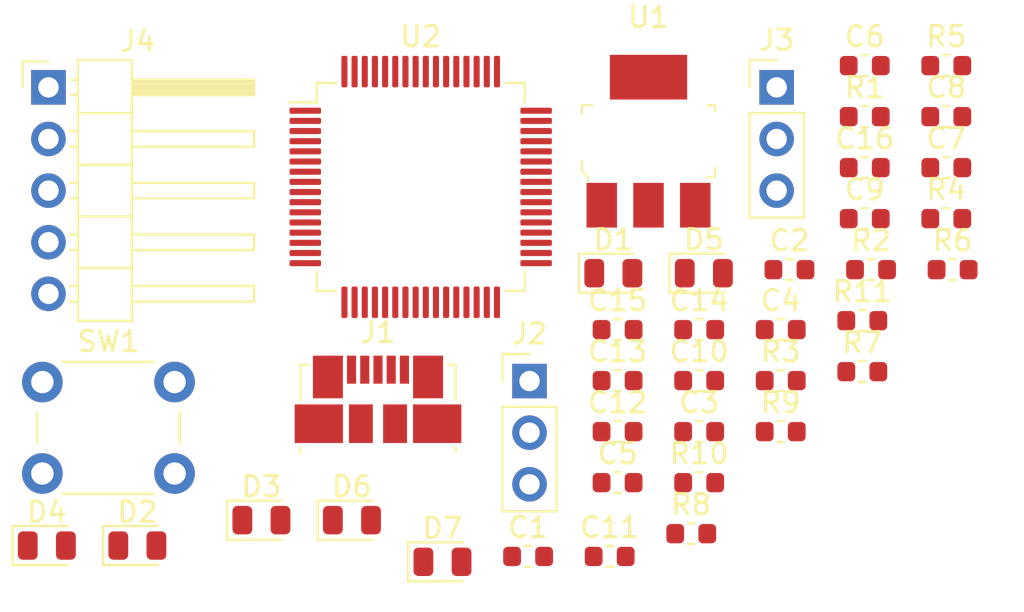
<source format=kicad_pcb>
(kicad_pcb (version 20171130) (host pcbnew "(5.1.2)-2")

  (general
    (thickness 1.6)
    (drawings 0)
    (tracks 0)
    (zones 0)
    (modules 41)
    (nets 72)
  )

  (page A4)
  (layers
    (0 F.Cu signal)
    (31 B.Cu signal)
    (32 B.Adhes user)
    (33 F.Adhes user)
    (34 B.Paste user)
    (35 F.Paste user)
    (36 B.SilkS user)
    (37 F.SilkS user)
    (38 B.Mask user)
    (39 F.Mask user)
    (40 Dwgs.User user)
    (41 Cmts.User user)
    (42 Eco1.User user)
    (43 Eco2.User user)
    (44 Edge.Cuts user)
    (45 Margin user)
    (46 B.CrtYd user)
    (47 F.CrtYd user)
    (48 B.Fab user)
    (49 F.Fab user)
  )

  (setup
    (last_trace_width 0.25)
    (trace_clearance 0.2)
    (zone_clearance 0.508)
    (zone_45_only no)
    (trace_min 0.2)
    (via_size 0.8)
    (via_drill 0.4)
    (via_min_size 0.4)
    (via_min_drill 0.3)
    (uvia_size 0.3)
    (uvia_drill 0.1)
    (uvias_allowed no)
    (uvia_min_size 0.2)
    (uvia_min_drill 0.1)
    (edge_width 0.05)
    (segment_width 0.2)
    (pcb_text_width 0.3)
    (pcb_text_size 1.5 1.5)
    (mod_edge_width 0.12)
    (mod_text_size 1 1)
    (mod_text_width 0.15)
    (pad_size 1.524 1.524)
    (pad_drill 0.762)
    (pad_to_mask_clearance 0.051)
    (solder_mask_min_width 0.25)
    (aux_axis_origin 0 0)
    (visible_elements FFFFFF7F)
    (pcbplotparams
      (layerselection 0x010fc_ffffffff)
      (usegerberextensions false)
      (usegerberattributes false)
      (usegerberadvancedattributes false)
      (creategerberjobfile false)
      (excludeedgelayer true)
      (linewidth 0.100000)
      (plotframeref false)
      (viasonmask false)
      (mode 1)
      (useauxorigin false)
      (hpglpennumber 1)
      (hpglpenspeed 20)
      (hpglpendiameter 15.000000)
      (psnegative false)
      (psa4output false)
      (plotreference true)
      (plotvalue true)
      (plotinvisibletext false)
      (padsonsilk false)
      (subtractmaskfromsilk false)
      (outputformat 1)
      (mirror false)
      (drillshape 1)
      (scaleselection 1)
      (outputdirectory ""))
  )

  (net 0 "")
  (net 1 GND)
  (net 2 +5V)
  (net 3 +3.3VADC)
  (net 4 "Net-(C6-Pad1)")
  (net 5 "Net-(C9-Pad1)")
  (net 6 "Net-(D1-Pad2)")
  (net 7 "Net-(D1-Pad1)")
  (net 8 "Net-(D2-Pad1)")
  (net 9 "Net-(D2-Pad2)")
  (net 10 "Net-(D3-Pad2)")
  (net 11 "Net-(D3-Pad1)")
  (net 12 "Net-(D4-Pad1)")
  (net 13 "Net-(D4-Pad2)")
  (net 14 "Net-(D5-Pad2)")
  (net 15 "Net-(D5-Pad1)")
  (net 16 "Net-(D6-Pad1)")
  (net 17 "Net-(D6-Pad2)")
  (net 18 "Net-(D7-Pad1)")
  (net 19 "Net-(J1-Pad2)")
  (net 20 "Net-(J1-Pad3)")
  (net 21 "Net-(J2-Pad1)")
  (net 22 BOOT0)
  (net 23 "Net-(J2-Pad3)")
  (net 24 "Net-(J3-Pad3)")
  (net 25 BOOT1)
  (net 26 "Net-(J3-Pad1)")
  (net 27 SWDIO)
  (net 28 SWDCLK)
  (net 29 SWO)
  (net 30 NRST)
  (net 31 "Net-(U2-Pad2)")
  (net 32 "Net-(U2-Pad3)")
  (net 33 "Net-(U2-Pad4)")
  (net 34 HSE_IN)
  (net 35 HSE_OUT)
  (net 36 "Net-(U2-Pad8)")
  (net 37 "Net-(U2-Pad9)")
  (net 38 "Net-(U2-Pad10)")
  (net 39 "Net-(U2-Pad11)")
  (net 40 "Net-(U2-Pad22)")
  (net 41 "Net-(U2-Pad23)")
  (net 42 "Net-(U2-Pad24)")
  (net 43 "Net-(U2-Pad25)")
  (net 44 "Net-(U2-Pad26)")
  (net 45 "Net-(U2-Pad27)")
  (net 46 "Net-(U2-Pad29)")
  (net 47 "Net-(U2-Pad30)")
  (net 48 "Net-(U2-Pad33)")
  (net 49 "Net-(U2-Pad34)")
  (net 50 "Net-(U2-Pad35)")
  (net 51 "Net-(U2-Pad36)")
  (net 52 "Net-(U2-Pad37)")
  (net 53 "Net-(U2-Pad38)")
  (net 54 "Net-(U2-Pad39)")
  (net 55 "Net-(U2-Pad40)")
  (net 56 "Net-(U2-Pad41)")
  (net 57 "Net-(U2-Pad42)")
  (net 58 "Net-(U2-Pad43)")
  (net 59 "Net-(U2-Pad44)")
  (net 60 "Net-(U2-Pad45)")
  (net 61 "Net-(U2-Pad50)")
  (net 62 "Net-(U2-Pad51)")
  (net 63 "Net-(U2-Pad52)")
  (net 64 "Net-(U2-Pad53)")
  (net 65 "Net-(U2-Pad54)")
  (net 66 "Net-(U2-Pad56)")
  (net 67 "Net-(U2-Pad57)")
  (net 68 "Net-(U2-Pad58)")
  (net 69 "Net-(U2-Pad59)")
  (net 70 "Net-(U2-Pad61)")
  (net 71 "Net-(U2-Pad62)")

  (net_class Default "This is the default net class."
    (clearance 0.2)
    (trace_width 0.25)
    (via_dia 0.8)
    (via_drill 0.4)
    (uvia_dia 0.3)
    (uvia_drill 0.1)
    (add_net +3.3VADC)
    (add_net +5V)
    (add_net BOOT0)
    (add_net BOOT1)
    (add_net GND)
    (add_net HSE_IN)
    (add_net HSE_OUT)
    (add_net NRST)
    (add_net "Net-(C6-Pad1)")
    (add_net "Net-(C9-Pad1)")
    (add_net "Net-(D1-Pad1)")
    (add_net "Net-(D1-Pad2)")
    (add_net "Net-(D2-Pad1)")
    (add_net "Net-(D2-Pad2)")
    (add_net "Net-(D3-Pad1)")
    (add_net "Net-(D3-Pad2)")
    (add_net "Net-(D4-Pad1)")
    (add_net "Net-(D4-Pad2)")
    (add_net "Net-(D5-Pad1)")
    (add_net "Net-(D5-Pad2)")
    (add_net "Net-(D6-Pad1)")
    (add_net "Net-(D6-Pad2)")
    (add_net "Net-(D7-Pad1)")
    (add_net "Net-(J1-Pad2)")
    (add_net "Net-(J1-Pad3)")
    (add_net "Net-(J2-Pad1)")
    (add_net "Net-(J2-Pad3)")
    (add_net "Net-(J3-Pad1)")
    (add_net "Net-(J3-Pad3)")
    (add_net "Net-(U2-Pad10)")
    (add_net "Net-(U2-Pad11)")
    (add_net "Net-(U2-Pad2)")
    (add_net "Net-(U2-Pad22)")
    (add_net "Net-(U2-Pad23)")
    (add_net "Net-(U2-Pad24)")
    (add_net "Net-(U2-Pad25)")
    (add_net "Net-(U2-Pad26)")
    (add_net "Net-(U2-Pad27)")
    (add_net "Net-(U2-Pad29)")
    (add_net "Net-(U2-Pad3)")
    (add_net "Net-(U2-Pad30)")
    (add_net "Net-(U2-Pad33)")
    (add_net "Net-(U2-Pad34)")
    (add_net "Net-(U2-Pad35)")
    (add_net "Net-(U2-Pad36)")
    (add_net "Net-(U2-Pad37)")
    (add_net "Net-(U2-Pad38)")
    (add_net "Net-(U2-Pad39)")
    (add_net "Net-(U2-Pad4)")
    (add_net "Net-(U2-Pad40)")
    (add_net "Net-(U2-Pad41)")
    (add_net "Net-(U2-Pad42)")
    (add_net "Net-(U2-Pad43)")
    (add_net "Net-(U2-Pad44)")
    (add_net "Net-(U2-Pad45)")
    (add_net "Net-(U2-Pad50)")
    (add_net "Net-(U2-Pad51)")
    (add_net "Net-(U2-Pad52)")
    (add_net "Net-(U2-Pad53)")
    (add_net "Net-(U2-Pad54)")
    (add_net "Net-(U2-Pad56)")
    (add_net "Net-(U2-Pad57)")
    (add_net "Net-(U2-Pad58)")
    (add_net "Net-(U2-Pad59)")
    (add_net "Net-(U2-Pad61)")
    (add_net "Net-(U2-Pad62)")
    (add_net "Net-(U2-Pad8)")
    (add_net "Net-(U2-Pad9)")
    (add_net SWDCLK)
    (add_net SWDIO)
    (add_net SWO)
  )

  (module Capacitor_SMD:C_0603_1608Metric (layer F.Cu) (tedit 5B301BBE) (tstamp 5E93C4FB)
    (at 59.314001 47.511001)
    (descr "Capacitor SMD 0603 (1608 Metric), square (rectangular) end terminal, IPC_7351 nominal, (Body size source: http://www.tortai-tech.com/upload/download/2011102023233369053.pdf), generated with kicad-footprint-generator")
    (tags capacitor)
    (path /5E93BD84)
    (attr smd)
    (fp_text reference C1 (at 0 -1.43) (layer F.SilkS)
      (effects (font (size 1 1) (thickness 0.15)))
    )
    (fp_text value 10uF (at 0 1.43) (layer F.Fab)
      (effects (font (size 1 1) (thickness 0.15)))
    )
    (fp_text user %R (at 0 0) (layer F.Fab)
      (effects (font (size 0.4 0.4) (thickness 0.06)))
    )
    (fp_line (start 1.48 0.73) (end -1.48 0.73) (layer F.CrtYd) (width 0.05))
    (fp_line (start 1.48 -0.73) (end 1.48 0.73) (layer F.CrtYd) (width 0.05))
    (fp_line (start -1.48 -0.73) (end 1.48 -0.73) (layer F.CrtYd) (width 0.05))
    (fp_line (start -1.48 0.73) (end -1.48 -0.73) (layer F.CrtYd) (width 0.05))
    (fp_line (start -0.162779 0.51) (end 0.162779 0.51) (layer F.SilkS) (width 0.12))
    (fp_line (start -0.162779 -0.51) (end 0.162779 -0.51) (layer F.SilkS) (width 0.12))
    (fp_line (start 0.8 0.4) (end -0.8 0.4) (layer F.Fab) (width 0.1))
    (fp_line (start 0.8 -0.4) (end 0.8 0.4) (layer F.Fab) (width 0.1))
    (fp_line (start -0.8 -0.4) (end 0.8 -0.4) (layer F.Fab) (width 0.1))
    (fp_line (start -0.8 0.4) (end -0.8 -0.4) (layer F.Fab) (width 0.1))
    (pad 2 smd roundrect (at 0.7875 0) (size 0.875 0.95) (layers F.Cu F.Paste F.Mask) (roundrect_rratio 0.25)
      (net 1 GND))
    (pad 1 smd roundrect (at -0.7875 0) (size 0.875 0.95) (layers F.Cu F.Paste F.Mask) (roundrect_rratio 0.25)
      (net 2 +5V))
    (model ${KISYS3DMOD}/Capacitor_SMD.3dshapes/C_0603_1608Metric.wrl
      (at (xyz 0 0 0))
      (scale (xyz 1 1 1))
      (rotate (xyz 0 0 0))
    )
  )

  (module Capacitor_SMD:C_0603_1608Metric (layer F.Cu) (tedit 5B301BBE) (tstamp 5E93C50C)
    (at 72.164001 33.401001)
    (descr "Capacitor SMD 0603 (1608 Metric), square (rectangular) end terminal, IPC_7351 nominal, (Body size source: http://www.tortai-tech.com/upload/download/2011102023233369053.pdf), generated with kicad-footprint-generator")
    (tags capacitor)
    (path /5E93CA3C)
    (attr smd)
    (fp_text reference C2 (at 0 -1.43) (layer F.SilkS)
      (effects (font (size 1 1) (thickness 0.15)))
    )
    (fp_text value 10uF (at 0 1.43) (layer F.Fab)
      (effects (font (size 1 1) (thickness 0.15)))
    )
    (fp_line (start -0.8 0.4) (end -0.8 -0.4) (layer F.Fab) (width 0.1))
    (fp_line (start -0.8 -0.4) (end 0.8 -0.4) (layer F.Fab) (width 0.1))
    (fp_line (start 0.8 -0.4) (end 0.8 0.4) (layer F.Fab) (width 0.1))
    (fp_line (start 0.8 0.4) (end -0.8 0.4) (layer F.Fab) (width 0.1))
    (fp_line (start -0.162779 -0.51) (end 0.162779 -0.51) (layer F.SilkS) (width 0.12))
    (fp_line (start -0.162779 0.51) (end 0.162779 0.51) (layer F.SilkS) (width 0.12))
    (fp_line (start -1.48 0.73) (end -1.48 -0.73) (layer F.CrtYd) (width 0.05))
    (fp_line (start -1.48 -0.73) (end 1.48 -0.73) (layer F.CrtYd) (width 0.05))
    (fp_line (start 1.48 -0.73) (end 1.48 0.73) (layer F.CrtYd) (width 0.05))
    (fp_line (start 1.48 0.73) (end -1.48 0.73) (layer F.CrtYd) (width 0.05))
    (fp_text user %R (at 0 0) (layer F.Fab)
      (effects (font (size 0.4 0.4) (thickness 0.06)))
    )
    (pad 1 smd roundrect (at -0.7875 0) (size 0.875 0.95) (layers F.Cu F.Paste F.Mask) (roundrect_rratio 0.25)
      (net 3 +3.3VADC))
    (pad 2 smd roundrect (at 0.7875 0) (size 0.875 0.95) (layers F.Cu F.Paste F.Mask) (roundrect_rratio 0.25)
      (net 1 GND))
    (model ${KISYS3DMOD}/Capacitor_SMD.3dshapes/C_0603_1608Metric.wrl
      (at (xyz 0 0 0))
      (scale (xyz 1 1 1))
      (rotate (xyz 0 0 0))
    )
  )

  (module Capacitor_SMD:C_0603_1608Metric (layer F.Cu) (tedit 5B301BBE) (tstamp 5E93C51D)
    (at 67.724001 41.371001)
    (descr "Capacitor SMD 0603 (1608 Metric), square (rectangular) end terminal, IPC_7351 nominal, (Body size source: http://www.tortai-tech.com/upload/download/2011102023233369053.pdf), generated with kicad-footprint-generator")
    (tags capacitor)
    (path /5E95F7CF)
    (attr smd)
    (fp_text reference C3 (at 0 -1.43) (layer F.SilkS)
      (effects (font (size 1 1) (thickness 0.15)))
    )
    (fp_text value 10uF (at 0 1.43) (layer F.Fab)
      (effects (font (size 1 1) (thickness 0.15)))
    )
    (fp_line (start -0.8 0.4) (end -0.8 -0.4) (layer F.Fab) (width 0.1))
    (fp_line (start -0.8 -0.4) (end 0.8 -0.4) (layer F.Fab) (width 0.1))
    (fp_line (start 0.8 -0.4) (end 0.8 0.4) (layer F.Fab) (width 0.1))
    (fp_line (start 0.8 0.4) (end -0.8 0.4) (layer F.Fab) (width 0.1))
    (fp_line (start -0.162779 -0.51) (end 0.162779 -0.51) (layer F.SilkS) (width 0.12))
    (fp_line (start -0.162779 0.51) (end 0.162779 0.51) (layer F.SilkS) (width 0.12))
    (fp_line (start -1.48 0.73) (end -1.48 -0.73) (layer F.CrtYd) (width 0.05))
    (fp_line (start -1.48 -0.73) (end 1.48 -0.73) (layer F.CrtYd) (width 0.05))
    (fp_line (start 1.48 -0.73) (end 1.48 0.73) (layer F.CrtYd) (width 0.05))
    (fp_line (start 1.48 0.73) (end -1.48 0.73) (layer F.CrtYd) (width 0.05))
    (fp_text user %R (at 0 0) (layer F.Fab)
      (effects (font (size 0.4 0.4) (thickness 0.06)))
    )
    (pad 1 smd roundrect (at -0.7875 0) (size 0.875 0.95) (layers F.Cu F.Paste F.Mask) (roundrect_rratio 0.25)
      (net 3 +3.3VADC))
    (pad 2 smd roundrect (at 0.7875 0) (size 0.875 0.95) (layers F.Cu F.Paste F.Mask) (roundrect_rratio 0.25)
      (net 1 GND))
    (model ${KISYS3DMOD}/Capacitor_SMD.3dshapes/C_0603_1608Metric.wrl
      (at (xyz 0 0 0))
      (scale (xyz 1 1 1))
      (rotate (xyz 0 0 0))
    )
  )

  (module Capacitor_SMD:C_0603_1608Metric (layer F.Cu) (tedit 5B301BBE) (tstamp 5E93C52E)
    (at 71.734001 36.351001)
    (descr "Capacitor SMD 0603 (1608 Metric), square (rectangular) end terminal, IPC_7351 nominal, (Body size source: http://www.tortai-tech.com/upload/download/2011102023233369053.pdf), generated with kicad-footprint-generator")
    (tags capacitor)
    (path /5E95F3DF)
    (attr smd)
    (fp_text reference C4 (at 0 -1.43) (layer F.SilkS)
      (effects (font (size 1 1) (thickness 0.15)))
    )
    (fp_text value 100nF (at 0 1.43) (layer F.Fab)
      (effects (font (size 1 1) (thickness 0.15)))
    )
    (fp_text user %R (at 0 0) (layer F.Fab)
      (effects (font (size 0.4 0.4) (thickness 0.06)))
    )
    (fp_line (start 1.48 0.73) (end -1.48 0.73) (layer F.CrtYd) (width 0.05))
    (fp_line (start 1.48 -0.73) (end 1.48 0.73) (layer F.CrtYd) (width 0.05))
    (fp_line (start -1.48 -0.73) (end 1.48 -0.73) (layer F.CrtYd) (width 0.05))
    (fp_line (start -1.48 0.73) (end -1.48 -0.73) (layer F.CrtYd) (width 0.05))
    (fp_line (start -0.162779 0.51) (end 0.162779 0.51) (layer F.SilkS) (width 0.12))
    (fp_line (start -0.162779 -0.51) (end 0.162779 -0.51) (layer F.SilkS) (width 0.12))
    (fp_line (start 0.8 0.4) (end -0.8 0.4) (layer F.Fab) (width 0.1))
    (fp_line (start 0.8 -0.4) (end 0.8 0.4) (layer F.Fab) (width 0.1))
    (fp_line (start -0.8 -0.4) (end 0.8 -0.4) (layer F.Fab) (width 0.1))
    (fp_line (start -0.8 0.4) (end -0.8 -0.4) (layer F.Fab) (width 0.1))
    (pad 2 smd roundrect (at 0.7875 0) (size 0.875 0.95) (layers F.Cu F.Paste F.Mask) (roundrect_rratio 0.25)
      (net 1 GND))
    (pad 1 smd roundrect (at -0.7875 0) (size 0.875 0.95) (layers F.Cu F.Paste F.Mask) (roundrect_rratio 0.25)
      (net 3 +3.3VADC))
    (model ${KISYS3DMOD}/Capacitor_SMD.3dshapes/C_0603_1608Metric.wrl
      (at (xyz 0 0 0))
      (scale (xyz 1 1 1))
      (rotate (xyz 0 0 0))
    )
  )

  (module Capacitor_SMD:C_0603_1608Metric (layer F.Cu) (tedit 5B301BBE) (tstamp 5E93C53F)
    (at 63.714001 43.881001)
    (descr "Capacitor SMD 0603 (1608 Metric), square (rectangular) end terminal, IPC_7351 nominal, (Body size source: http://www.tortai-tech.com/upload/download/2011102023233369053.pdf), generated with kicad-footprint-generator")
    (tags capacitor)
    (path /5E95B74F)
    (attr smd)
    (fp_text reference C5 (at 0 -1.43) (layer F.SilkS)
      (effects (font (size 1 1) (thickness 0.15)))
    )
    (fp_text value 100nF (at 0 1.43) (layer F.Fab)
      (effects (font (size 1 1) (thickness 0.15)))
    )
    (fp_line (start -0.8 0.4) (end -0.8 -0.4) (layer F.Fab) (width 0.1))
    (fp_line (start -0.8 -0.4) (end 0.8 -0.4) (layer F.Fab) (width 0.1))
    (fp_line (start 0.8 -0.4) (end 0.8 0.4) (layer F.Fab) (width 0.1))
    (fp_line (start 0.8 0.4) (end -0.8 0.4) (layer F.Fab) (width 0.1))
    (fp_line (start -0.162779 -0.51) (end 0.162779 -0.51) (layer F.SilkS) (width 0.12))
    (fp_line (start -0.162779 0.51) (end 0.162779 0.51) (layer F.SilkS) (width 0.12))
    (fp_line (start -1.48 0.73) (end -1.48 -0.73) (layer F.CrtYd) (width 0.05))
    (fp_line (start -1.48 -0.73) (end 1.48 -0.73) (layer F.CrtYd) (width 0.05))
    (fp_line (start 1.48 -0.73) (end 1.48 0.73) (layer F.CrtYd) (width 0.05))
    (fp_line (start 1.48 0.73) (end -1.48 0.73) (layer F.CrtYd) (width 0.05))
    (fp_text user %R (at 0 0) (layer F.Fab)
      (effects (font (size 0.4 0.4) (thickness 0.06)))
    )
    (pad 1 smd roundrect (at -0.7875 0) (size 0.875 0.95) (layers F.Cu F.Paste F.Mask) (roundrect_rratio 0.25)
      (net 3 +3.3VADC))
    (pad 2 smd roundrect (at 0.7875 0) (size 0.875 0.95) (layers F.Cu F.Paste F.Mask) (roundrect_rratio 0.25)
      (net 1 GND))
    (model ${KISYS3DMOD}/Capacitor_SMD.3dshapes/C_0603_1608Metric.wrl
      (at (xyz 0 0 0))
      (scale (xyz 1 1 1))
      (rotate (xyz 0 0 0))
    )
  )

  (module Capacitor_SMD:C_0603_1608Metric (layer F.Cu) (tedit 5B301BBE) (tstamp 5E93C550)
    (at 75.864001 23.361001)
    (descr "Capacitor SMD 0603 (1608 Metric), square (rectangular) end terminal, IPC_7351 nominal, (Body size source: http://www.tortai-tech.com/upload/download/2011102023233369053.pdf), generated with kicad-footprint-generator")
    (tags capacitor)
    (path /5E97AB83)
    (attr smd)
    (fp_text reference C6 (at 0 -1.43) (layer F.SilkS)
      (effects (font (size 1 1) (thickness 0.15)))
    )
    (fp_text value 2.2uF (at 0 1.43) (layer F.Fab)
      (effects (font (size 1 1) (thickness 0.15)))
    )
    (fp_line (start -0.8 0.4) (end -0.8 -0.4) (layer F.Fab) (width 0.1))
    (fp_line (start -0.8 -0.4) (end 0.8 -0.4) (layer F.Fab) (width 0.1))
    (fp_line (start 0.8 -0.4) (end 0.8 0.4) (layer F.Fab) (width 0.1))
    (fp_line (start 0.8 0.4) (end -0.8 0.4) (layer F.Fab) (width 0.1))
    (fp_line (start -0.162779 -0.51) (end 0.162779 -0.51) (layer F.SilkS) (width 0.12))
    (fp_line (start -0.162779 0.51) (end 0.162779 0.51) (layer F.SilkS) (width 0.12))
    (fp_line (start -1.48 0.73) (end -1.48 -0.73) (layer F.CrtYd) (width 0.05))
    (fp_line (start -1.48 -0.73) (end 1.48 -0.73) (layer F.CrtYd) (width 0.05))
    (fp_line (start 1.48 -0.73) (end 1.48 0.73) (layer F.CrtYd) (width 0.05))
    (fp_line (start 1.48 0.73) (end -1.48 0.73) (layer F.CrtYd) (width 0.05))
    (fp_text user %R (at 0 0) (layer F.Fab)
      (effects (font (size 0.4 0.4) (thickness 0.06)))
    )
    (pad 1 smd roundrect (at -0.7875 0) (size 0.875 0.95) (layers F.Cu F.Paste F.Mask) (roundrect_rratio 0.25)
      (net 4 "Net-(C6-Pad1)"))
    (pad 2 smd roundrect (at 0.7875 0) (size 0.875 0.95) (layers F.Cu F.Paste F.Mask) (roundrect_rratio 0.25)
      (net 1 GND))
    (model ${KISYS3DMOD}/Capacitor_SMD.3dshapes/C_0603_1608Metric.wrl
      (at (xyz 0 0 0))
      (scale (xyz 1 1 1))
      (rotate (xyz 0 0 0))
    )
  )

  (module Capacitor_SMD:C_0603_1608Metric (layer F.Cu) (tedit 5B301BBE) (tstamp 5E93C561)
    (at 79.874001 28.381001)
    (descr "Capacitor SMD 0603 (1608 Metric), square (rectangular) end terminal, IPC_7351 nominal, (Body size source: http://www.tortai-tech.com/upload/download/2011102023233369053.pdf), generated with kicad-footprint-generator")
    (tags capacitor)
    (path /5E95CFEB)
    (attr smd)
    (fp_text reference C7 (at 0 -1.43) (layer F.SilkS)
      (effects (font (size 1 1) (thickness 0.15)))
    )
    (fp_text value 100nF (at 0 1.43) (layer F.Fab)
      (effects (font (size 1 1) (thickness 0.15)))
    )
    (fp_line (start -0.8 0.4) (end -0.8 -0.4) (layer F.Fab) (width 0.1))
    (fp_line (start -0.8 -0.4) (end 0.8 -0.4) (layer F.Fab) (width 0.1))
    (fp_line (start 0.8 -0.4) (end 0.8 0.4) (layer F.Fab) (width 0.1))
    (fp_line (start 0.8 0.4) (end -0.8 0.4) (layer F.Fab) (width 0.1))
    (fp_line (start -0.162779 -0.51) (end 0.162779 -0.51) (layer F.SilkS) (width 0.12))
    (fp_line (start -0.162779 0.51) (end 0.162779 0.51) (layer F.SilkS) (width 0.12))
    (fp_line (start -1.48 0.73) (end -1.48 -0.73) (layer F.CrtYd) (width 0.05))
    (fp_line (start -1.48 -0.73) (end 1.48 -0.73) (layer F.CrtYd) (width 0.05))
    (fp_line (start 1.48 -0.73) (end 1.48 0.73) (layer F.CrtYd) (width 0.05))
    (fp_line (start 1.48 0.73) (end -1.48 0.73) (layer F.CrtYd) (width 0.05))
    (fp_text user %R (at 0 0) (layer F.Fab)
      (effects (font (size 0.4 0.4) (thickness 0.06)))
    )
    (pad 1 smd roundrect (at -0.7875 0) (size 0.875 0.95) (layers F.Cu F.Paste F.Mask) (roundrect_rratio 0.25)
      (net 3 +3.3VADC))
    (pad 2 smd roundrect (at 0.7875 0) (size 0.875 0.95) (layers F.Cu F.Paste F.Mask) (roundrect_rratio 0.25)
      (net 1 GND))
    (model ${KISYS3DMOD}/Capacitor_SMD.3dshapes/C_0603_1608Metric.wrl
      (at (xyz 0 0 0))
      (scale (xyz 1 1 1))
      (rotate (xyz 0 0 0))
    )
  )

  (module Capacitor_SMD:C_0603_1608Metric (layer F.Cu) (tedit 5B301BBE) (tstamp 5E93C572)
    (at 79.874001 25.871001)
    (descr "Capacitor SMD 0603 (1608 Metric), square (rectangular) end terminal, IPC_7351 nominal, (Body size source: http://www.tortai-tech.com/upload/download/2011102023233369053.pdf), generated with kicad-footprint-generator")
    (tags capacitor)
    (path /5E95D3E1)
    (attr smd)
    (fp_text reference C8 (at 0 -1.43) (layer F.SilkS)
      (effects (font (size 1 1) (thickness 0.15)))
    )
    (fp_text value 100nF (at 0 1.43) (layer F.Fab)
      (effects (font (size 1 1) (thickness 0.15)))
    )
    (fp_text user %R (at 0 0) (layer F.Fab)
      (effects (font (size 0.4 0.4) (thickness 0.06)))
    )
    (fp_line (start 1.48 0.73) (end -1.48 0.73) (layer F.CrtYd) (width 0.05))
    (fp_line (start 1.48 -0.73) (end 1.48 0.73) (layer F.CrtYd) (width 0.05))
    (fp_line (start -1.48 -0.73) (end 1.48 -0.73) (layer F.CrtYd) (width 0.05))
    (fp_line (start -1.48 0.73) (end -1.48 -0.73) (layer F.CrtYd) (width 0.05))
    (fp_line (start -0.162779 0.51) (end 0.162779 0.51) (layer F.SilkS) (width 0.12))
    (fp_line (start -0.162779 -0.51) (end 0.162779 -0.51) (layer F.SilkS) (width 0.12))
    (fp_line (start 0.8 0.4) (end -0.8 0.4) (layer F.Fab) (width 0.1))
    (fp_line (start 0.8 -0.4) (end 0.8 0.4) (layer F.Fab) (width 0.1))
    (fp_line (start -0.8 -0.4) (end 0.8 -0.4) (layer F.Fab) (width 0.1))
    (fp_line (start -0.8 0.4) (end -0.8 -0.4) (layer F.Fab) (width 0.1))
    (pad 2 smd roundrect (at 0.7875 0) (size 0.875 0.95) (layers F.Cu F.Paste F.Mask) (roundrect_rratio 0.25)
      (net 1 GND))
    (pad 1 smd roundrect (at -0.7875 0) (size 0.875 0.95) (layers F.Cu F.Paste F.Mask) (roundrect_rratio 0.25)
      (net 3 +3.3VADC))
    (model ${KISYS3DMOD}/Capacitor_SMD.3dshapes/C_0603_1608Metric.wrl
      (at (xyz 0 0 0))
      (scale (xyz 1 1 1))
      (rotate (xyz 0 0 0))
    )
  )

  (module Capacitor_SMD:C_0603_1608Metric (layer F.Cu) (tedit 5B301BBE) (tstamp 5E93C583)
    (at 75.864001 30.891001)
    (descr "Capacitor SMD 0603 (1608 Metric), square (rectangular) end terminal, IPC_7351 nominal, (Body size source: http://www.tortai-tech.com/upload/download/2011102023233369053.pdf), generated with kicad-footprint-generator")
    (tags capacitor)
    (path /5E97A474)
    (attr smd)
    (fp_text reference C9 (at 0 -1.43) (layer F.SilkS)
      (effects (font (size 1 1) (thickness 0.15)))
    )
    (fp_text value 2.2uF (at 0 1.43) (layer F.Fab)
      (effects (font (size 1 1) (thickness 0.15)))
    )
    (fp_text user %R (at 0 0) (layer F.Fab)
      (effects (font (size 0.4 0.4) (thickness 0.06)))
    )
    (fp_line (start 1.48 0.73) (end -1.48 0.73) (layer F.CrtYd) (width 0.05))
    (fp_line (start 1.48 -0.73) (end 1.48 0.73) (layer F.CrtYd) (width 0.05))
    (fp_line (start -1.48 -0.73) (end 1.48 -0.73) (layer F.CrtYd) (width 0.05))
    (fp_line (start -1.48 0.73) (end -1.48 -0.73) (layer F.CrtYd) (width 0.05))
    (fp_line (start -0.162779 0.51) (end 0.162779 0.51) (layer F.SilkS) (width 0.12))
    (fp_line (start -0.162779 -0.51) (end 0.162779 -0.51) (layer F.SilkS) (width 0.12))
    (fp_line (start 0.8 0.4) (end -0.8 0.4) (layer F.Fab) (width 0.1))
    (fp_line (start 0.8 -0.4) (end 0.8 0.4) (layer F.Fab) (width 0.1))
    (fp_line (start -0.8 -0.4) (end 0.8 -0.4) (layer F.Fab) (width 0.1))
    (fp_line (start -0.8 0.4) (end -0.8 -0.4) (layer F.Fab) (width 0.1))
    (pad 2 smd roundrect (at 0.7875 0) (size 0.875 0.95) (layers F.Cu F.Paste F.Mask) (roundrect_rratio 0.25)
      (net 1 GND))
    (pad 1 smd roundrect (at -0.7875 0) (size 0.875 0.95) (layers F.Cu F.Paste F.Mask) (roundrect_rratio 0.25)
      (net 5 "Net-(C9-Pad1)"))
    (model ${KISYS3DMOD}/Capacitor_SMD.3dshapes/C_0603_1608Metric.wrl
      (at (xyz 0 0 0))
      (scale (xyz 1 1 1))
      (rotate (xyz 0 0 0))
    )
  )

  (module Capacitor_SMD:C_0603_1608Metric (layer F.Cu) (tedit 5B301BBE) (tstamp 5E93C594)
    (at 67.724001 38.861001)
    (descr "Capacitor SMD 0603 (1608 Metric), square (rectangular) end terminal, IPC_7351 nominal, (Body size source: http://www.tortai-tech.com/upload/download/2011102023233369053.pdf), generated with kicad-footprint-generator")
    (tags capacitor)
    (path /5E95DA3D)
    (attr smd)
    (fp_text reference C10 (at 0 -1.43) (layer F.SilkS)
      (effects (font (size 1 1) (thickness 0.15)))
    )
    (fp_text value 100nF (at 0 1.43) (layer F.Fab)
      (effects (font (size 1 1) (thickness 0.15)))
    )
    (fp_line (start -0.8 0.4) (end -0.8 -0.4) (layer F.Fab) (width 0.1))
    (fp_line (start -0.8 -0.4) (end 0.8 -0.4) (layer F.Fab) (width 0.1))
    (fp_line (start 0.8 -0.4) (end 0.8 0.4) (layer F.Fab) (width 0.1))
    (fp_line (start 0.8 0.4) (end -0.8 0.4) (layer F.Fab) (width 0.1))
    (fp_line (start -0.162779 -0.51) (end 0.162779 -0.51) (layer F.SilkS) (width 0.12))
    (fp_line (start -0.162779 0.51) (end 0.162779 0.51) (layer F.SilkS) (width 0.12))
    (fp_line (start -1.48 0.73) (end -1.48 -0.73) (layer F.CrtYd) (width 0.05))
    (fp_line (start -1.48 -0.73) (end 1.48 -0.73) (layer F.CrtYd) (width 0.05))
    (fp_line (start 1.48 -0.73) (end 1.48 0.73) (layer F.CrtYd) (width 0.05))
    (fp_line (start 1.48 0.73) (end -1.48 0.73) (layer F.CrtYd) (width 0.05))
    (fp_text user %R (at 0 0) (layer F.Fab)
      (effects (font (size 0.4 0.4) (thickness 0.06)))
    )
    (pad 1 smd roundrect (at -0.7875 0) (size 0.875 0.95) (layers F.Cu F.Paste F.Mask) (roundrect_rratio 0.25)
      (net 3 +3.3VADC))
    (pad 2 smd roundrect (at 0.7875 0) (size 0.875 0.95) (layers F.Cu F.Paste F.Mask) (roundrect_rratio 0.25)
      (net 1 GND))
    (model ${KISYS3DMOD}/Capacitor_SMD.3dshapes/C_0603_1608Metric.wrl
      (at (xyz 0 0 0))
      (scale (xyz 1 1 1))
      (rotate (xyz 0 0 0))
    )
  )

  (module Capacitor_SMD:C_0603_1608Metric (layer F.Cu) (tedit 5B301BBE) (tstamp 5E93C5A5)
    (at 63.324001 47.511001)
    (descr "Capacitor SMD 0603 (1608 Metric), square (rectangular) end terminal, IPC_7351 nominal, (Body size source: http://www.tortai-tech.com/upload/download/2011102023233369053.pdf), generated with kicad-footprint-generator")
    (tags capacitor)
    (path /5E95DF02)
    (attr smd)
    (fp_text reference C11 (at 0 -1.43) (layer F.SilkS)
      (effects (font (size 1 1) (thickness 0.15)))
    )
    (fp_text value 100nF (at 0 1.43) (layer F.Fab)
      (effects (font (size 1 1) (thickness 0.15)))
    )
    (fp_text user %R (at 0 0) (layer F.Fab)
      (effects (font (size 0.4 0.4) (thickness 0.06)))
    )
    (fp_line (start 1.48 0.73) (end -1.48 0.73) (layer F.CrtYd) (width 0.05))
    (fp_line (start 1.48 -0.73) (end 1.48 0.73) (layer F.CrtYd) (width 0.05))
    (fp_line (start -1.48 -0.73) (end 1.48 -0.73) (layer F.CrtYd) (width 0.05))
    (fp_line (start -1.48 0.73) (end -1.48 -0.73) (layer F.CrtYd) (width 0.05))
    (fp_line (start -0.162779 0.51) (end 0.162779 0.51) (layer F.SilkS) (width 0.12))
    (fp_line (start -0.162779 -0.51) (end 0.162779 -0.51) (layer F.SilkS) (width 0.12))
    (fp_line (start 0.8 0.4) (end -0.8 0.4) (layer F.Fab) (width 0.1))
    (fp_line (start 0.8 -0.4) (end 0.8 0.4) (layer F.Fab) (width 0.1))
    (fp_line (start -0.8 -0.4) (end 0.8 -0.4) (layer F.Fab) (width 0.1))
    (fp_line (start -0.8 0.4) (end -0.8 -0.4) (layer F.Fab) (width 0.1))
    (pad 2 smd roundrect (at 0.7875 0) (size 0.875 0.95) (layers F.Cu F.Paste F.Mask) (roundrect_rratio 0.25)
      (net 1 GND))
    (pad 1 smd roundrect (at -0.7875 0) (size 0.875 0.95) (layers F.Cu F.Paste F.Mask) (roundrect_rratio 0.25)
      (net 3 +3.3VADC))
    (model ${KISYS3DMOD}/Capacitor_SMD.3dshapes/C_0603_1608Metric.wrl
      (at (xyz 0 0 0))
      (scale (xyz 1 1 1))
      (rotate (xyz 0 0 0))
    )
  )

  (module Capacitor_SMD:C_0603_1608Metric (layer F.Cu) (tedit 5B301BBE) (tstamp 5E93C5B6)
    (at 63.714001 41.371001)
    (descr "Capacitor SMD 0603 (1608 Metric), square (rectangular) end terminal, IPC_7351 nominal, (Body size source: http://www.tortai-tech.com/upload/download/2011102023233369053.pdf), generated with kicad-footprint-generator")
    (tags capacitor)
    (path /5E95E335)
    (attr smd)
    (fp_text reference C12 (at 0 -1.43) (layer F.SilkS)
      (effects (font (size 1 1) (thickness 0.15)))
    )
    (fp_text value 100nF (at 0 1.43) (layer F.Fab)
      (effects (font (size 1 1) (thickness 0.15)))
    )
    (fp_text user %R (at 0 0) (layer F.Fab)
      (effects (font (size 0.4 0.4) (thickness 0.06)))
    )
    (fp_line (start 1.48 0.73) (end -1.48 0.73) (layer F.CrtYd) (width 0.05))
    (fp_line (start 1.48 -0.73) (end 1.48 0.73) (layer F.CrtYd) (width 0.05))
    (fp_line (start -1.48 -0.73) (end 1.48 -0.73) (layer F.CrtYd) (width 0.05))
    (fp_line (start -1.48 0.73) (end -1.48 -0.73) (layer F.CrtYd) (width 0.05))
    (fp_line (start -0.162779 0.51) (end 0.162779 0.51) (layer F.SilkS) (width 0.12))
    (fp_line (start -0.162779 -0.51) (end 0.162779 -0.51) (layer F.SilkS) (width 0.12))
    (fp_line (start 0.8 0.4) (end -0.8 0.4) (layer F.Fab) (width 0.1))
    (fp_line (start 0.8 -0.4) (end 0.8 0.4) (layer F.Fab) (width 0.1))
    (fp_line (start -0.8 -0.4) (end 0.8 -0.4) (layer F.Fab) (width 0.1))
    (fp_line (start -0.8 0.4) (end -0.8 -0.4) (layer F.Fab) (width 0.1))
    (pad 2 smd roundrect (at 0.7875 0) (size 0.875 0.95) (layers F.Cu F.Paste F.Mask) (roundrect_rratio 0.25)
      (net 1 GND))
    (pad 1 smd roundrect (at -0.7875 0) (size 0.875 0.95) (layers F.Cu F.Paste F.Mask) (roundrect_rratio 0.25)
      (net 3 +3.3VADC))
    (model ${KISYS3DMOD}/Capacitor_SMD.3dshapes/C_0603_1608Metric.wrl
      (at (xyz 0 0 0))
      (scale (xyz 1 1 1))
      (rotate (xyz 0 0 0))
    )
  )

  (module Capacitor_SMD:C_0603_1608Metric (layer F.Cu) (tedit 5B301BBE) (tstamp 5E93C5C7)
    (at 63.714001 38.861001)
    (descr "Capacitor SMD 0603 (1608 Metric), square (rectangular) end terminal, IPC_7351 nominal, (Body size source: http://www.tortai-tech.com/upload/download/2011102023233369053.pdf), generated with kicad-footprint-generator")
    (tags capacitor)
    (path /5E95E791)
    (attr smd)
    (fp_text reference C13 (at 0 -1.43) (layer F.SilkS)
      (effects (font (size 1 1) (thickness 0.15)))
    )
    (fp_text value 100nF (at 0 1.43) (layer F.Fab)
      (effects (font (size 1 1) (thickness 0.15)))
    )
    (fp_text user %R (at 0 0) (layer F.Fab)
      (effects (font (size 0.4 0.4) (thickness 0.06)))
    )
    (fp_line (start 1.48 0.73) (end -1.48 0.73) (layer F.CrtYd) (width 0.05))
    (fp_line (start 1.48 -0.73) (end 1.48 0.73) (layer F.CrtYd) (width 0.05))
    (fp_line (start -1.48 -0.73) (end 1.48 -0.73) (layer F.CrtYd) (width 0.05))
    (fp_line (start -1.48 0.73) (end -1.48 -0.73) (layer F.CrtYd) (width 0.05))
    (fp_line (start -0.162779 0.51) (end 0.162779 0.51) (layer F.SilkS) (width 0.12))
    (fp_line (start -0.162779 -0.51) (end 0.162779 -0.51) (layer F.SilkS) (width 0.12))
    (fp_line (start 0.8 0.4) (end -0.8 0.4) (layer F.Fab) (width 0.1))
    (fp_line (start 0.8 -0.4) (end 0.8 0.4) (layer F.Fab) (width 0.1))
    (fp_line (start -0.8 -0.4) (end 0.8 -0.4) (layer F.Fab) (width 0.1))
    (fp_line (start -0.8 0.4) (end -0.8 -0.4) (layer F.Fab) (width 0.1))
    (pad 2 smd roundrect (at 0.7875 0) (size 0.875 0.95) (layers F.Cu F.Paste F.Mask) (roundrect_rratio 0.25)
      (net 1 GND))
    (pad 1 smd roundrect (at -0.7875 0) (size 0.875 0.95) (layers F.Cu F.Paste F.Mask) (roundrect_rratio 0.25)
      (net 3 +3.3VADC))
    (model ${KISYS3DMOD}/Capacitor_SMD.3dshapes/C_0603_1608Metric.wrl
      (at (xyz 0 0 0))
      (scale (xyz 1 1 1))
      (rotate (xyz 0 0 0))
    )
  )

  (module Capacitor_SMD:C_0603_1608Metric (layer F.Cu) (tedit 5B301BBE) (tstamp 5E93C5D8)
    (at 67.724001 36.351001)
    (descr "Capacitor SMD 0603 (1608 Metric), square (rectangular) end terminal, IPC_7351 nominal, (Body size source: http://www.tortai-tech.com/upload/download/2011102023233369053.pdf), generated with kicad-footprint-generator")
    (tags capacitor)
    (path /5E95ED9B)
    (attr smd)
    (fp_text reference C14 (at 0 -1.43) (layer F.SilkS)
      (effects (font (size 1 1) (thickness 0.15)))
    )
    (fp_text value 100nF (at 0 1.43) (layer F.Fab)
      (effects (font (size 1 1) (thickness 0.15)))
    )
    (fp_line (start -0.8 0.4) (end -0.8 -0.4) (layer F.Fab) (width 0.1))
    (fp_line (start -0.8 -0.4) (end 0.8 -0.4) (layer F.Fab) (width 0.1))
    (fp_line (start 0.8 -0.4) (end 0.8 0.4) (layer F.Fab) (width 0.1))
    (fp_line (start 0.8 0.4) (end -0.8 0.4) (layer F.Fab) (width 0.1))
    (fp_line (start -0.162779 -0.51) (end 0.162779 -0.51) (layer F.SilkS) (width 0.12))
    (fp_line (start -0.162779 0.51) (end 0.162779 0.51) (layer F.SilkS) (width 0.12))
    (fp_line (start -1.48 0.73) (end -1.48 -0.73) (layer F.CrtYd) (width 0.05))
    (fp_line (start -1.48 -0.73) (end 1.48 -0.73) (layer F.CrtYd) (width 0.05))
    (fp_line (start 1.48 -0.73) (end 1.48 0.73) (layer F.CrtYd) (width 0.05))
    (fp_line (start 1.48 0.73) (end -1.48 0.73) (layer F.CrtYd) (width 0.05))
    (fp_text user %R (at 0 0) (layer F.Fab)
      (effects (font (size 0.4 0.4) (thickness 0.06)))
    )
    (pad 1 smd roundrect (at -0.7875 0) (size 0.875 0.95) (layers F.Cu F.Paste F.Mask) (roundrect_rratio 0.25)
      (net 3 +3.3VADC))
    (pad 2 smd roundrect (at 0.7875 0) (size 0.875 0.95) (layers F.Cu F.Paste F.Mask) (roundrect_rratio 0.25)
      (net 1 GND))
    (model ${KISYS3DMOD}/Capacitor_SMD.3dshapes/C_0603_1608Metric.wrl
      (at (xyz 0 0 0))
      (scale (xyz 1 1 1))
      (rotate (xyz 0 0 0))
    )
  )

  (module Capacitor_SMD:C_0603_1608Metric (layer F.Cu) (tedit 5B301BBE) (tstamp 5E93C5E9)
    (at 63.714001 36.351001)
    (descr "Capacitor SMD 0603 (1608 Metric), square (rectangular) end terminal, IPC_7351 nominal, (Body size source: http://www.tortai-tech.com/upload/download/2011102023233369053.pdf), generated with kicad-footprint-generator")
    (tags capacitor)
    (path /5E949ED1)
    (attr smd)
    (fp_text reference C15 (at 0 -1.43) (layer F.SilkS)
      (effects (font (size 1 1) (thickness 0.15)))
    )
    (fp_text value 100nF (at 0 1.43) (layer F.Fab)
      (effects (font (size 1 1) (thickness 0.15)))
    )
    (fp_text user %R (at 0 0) (layer F.Fab)
      (effects (font (size 0.4 0.4) (thickness 0.06)))
    )
    (fp_line (start 1.48 0.73) (end -1.48 0.73) (layer F.CrtYd) (width 0.05))
    (fp_line (start 1.48 -0.73) (end 1.48 0.73) (layer F.CrtYd) (width 0.05))
    (fp_line (start -1.48 -0.73) (end 1.48 -0.73) (layer F.CrtYd) (width 0.05))
    (fp_line (start -1.48 0.73) (end -1.48 -0.73) (layer F.CrtYd) (width 0.05))
    (fp_line (start -0.162779 0.51) (end 0.162779 0.51) (layer F.SilkS) (width 0.12))
    (fp_line (start -0.162779 -0.51) (end 0.162779 -0.51) (layer F.SilkS) (width 0.12))
    (fp_line (start 0.8 0.4) (end -0.8 0.4) (layer F.Fab) (width 0.1))
    (fp_line (start 0.8 -0.4) (end 0.8 0.4) (layer F.Fab) (width 0.1))
    (fp_line (start -0.8 -0.4) (end 0.8 -0.4) (layer F.Fab) (width 0.1))
    (fp_line (start -0.8 0.4) (end -0.8 -0.4) (layer F.Fab) (width 0.1))
    (pad 2 smd roundrect (at 0.7875 0) (size 0.875 0.95) (layers F.Cu F.Paste F.Mask) (roundrect_rratio 0.25)
      (net 1 GND))
    (pad 1 smd roundrect (at -0.7875 0) (size 0.875 0.95) (layers F.Cu F.Paste F.Mask) (roundrect_rratio 0.25)
      (net 3 +3.3VADC))
    (model ${KISYS3DMOD}/Capacitor_SMD.3dshapes/C_0603_1608Metric.wrl
      (at (xyz 0 0 0))
      (scale (xyz 1 1 1))
      (rotate (xyz 0 0 0))
    )
  )

  (module Capacitor_SMD:C_0603_1608Metric (layer F.Cu) (tedit 5B301BBE) (tstamp 5E93C5FA)
    (at 75.864001 28.381001)
    (descr "Capacitor SMD 0603 (1608 Metric), square (rectangular) end terminal, IPC_7351 nominal, (Body size source: http://www.tortai-tech.com/upload/download/2011102023233369053.pdf), generated with kicad-footprint-generator")
    (tags capacitor)
    (path /5E94A5A1)
    (attr smd)
    (fp_text reference C16 (at 0 -1.43) (layer F.SilkS)
      (effects (font (size 1 1) (thickness 0.15)))
    )
    (fp_text value 1uF (at 0 1.43) (layer F.Fab)
      (effects (font (size 1 1) (thickness 0.15)))
    )
    (fp_line (start -0.8 0.4) (end -0.8 -0.4) (layer F.Fab) (width 0.1))
    (fp_line (start -0.8 -0.4) (end 0.8 -0.4) (layer F.Fab) (width 0.1))
    (fp_line (start 0.8 -0.4) (end 0.8 0.4) (layer F.Fab) (width 0.1))
    (fp_line (start 0.8 0.4) (end -0.8 0.4) (layer F.Fab) (width 0.1))
    (fp_line (start -0.162779 -0.51) (end 0.162779 -0.51) (layer F.SilkS) (width 0.12))
    (fp_line (start -0.162779 0.51) (end 0.162779 0.51) (layer F.SilkS) (width 0.12))
    (fp_line (start -1.48 0.73) (end -1.48 -0.73) (layer F.CrtYd) (width 0.05))
    (fp_line (start -1.48 -0.73) (end 1.48 -0.73) (layer F.CrtYd) (width 0.05))
    (fp_line (start 1.48 -0.73) (end 1.48 0.73) (layer F.CrtYd) (width 0.05))
    (fp_line (start 1.48 0.73) (end -1.48 0.73) (layer F.CrtYd) (width 0.05))
    (fp_text user %R (at 0 0) (layer F.Fab)
      (effects (font (size 0.4 0.4) (thickness 0.06)))
    )
    (pad 1 smd roundrect (at -0.7875 0) (size 0.875 0.95) (layers F.Cu F.Paste F.Mask) (roundrect_rratio 0.25)
      (net 3 +3.3VADC))
    (pad 2 smd roundrect (at 0.7875 0) (size 0.875 0.95) (layers F.Cu F.Paste F.Mask) (roundrect_rratio 0.25)
      (net 1 GND))
    (model ${KISYS3DMOD}/Capacitor_SMD.3dshapes/C_0603_1608Metric.wrl
      (at (xyz 0 0 0))
      (scale (xyz 1 1 1))
      (rotate (xyz 0 0 0))
    )
  )

  (module LED_SMD:LED_0805_2012Metric (layer F.Cu) (tedit 5B36C52C) (tstamp 5E93C60D)
    (at 63.504001 33.576001)
    (descr "LED SMD 0805 (2012 Metric), square (rectangular) end terminal, IPC_7351 nominal, (Body size source: https://docs.google.com/spreadsheets/d/1BsfQQcO9C6DZCsRaXUlFlo91Tg2WpOkGARC1WS5S8t0/edit?usp=sharing), generated with kicad-footprint-generator")
    (tags diode)
    (path /5EA300B5)
    (attr smd)
    (fp_text reference D1 (at 0 -1.65) (layer F.SilkS)
      (effects (font (size 1 1) (thickness 0.15)))
    )
    (fp_text value LED (at 0 1.65) (layer F.Fab)
      (effects (font (size 1 1) (thickness 0.15)))
    )
    (fp_text user %R (at 0 0) (layer F.Fab)
      (effects (font (size 0.5 0.5) (thickness 0.08)))
    )
    (fp_line (start 1.68 0.95) (end -1.68 0.95) (layer F.CrtYd) (width 0.05))
    (fp_line (start 1.68 -0.95) (end 1.68 0.95) (layer F.CrtYd) (width 0.05))
    (fp_line (start -1.68 -0.95) (end 1.68 -0.95) (layer F.CrtYd) (width 0.05))
    (fp_line (start -1.68 0.95) (end -1.68 -0.95) (layer F.CrtYd) (width 0.05))
    (fp_line (start -1.685 0.96) (end 1 0.96) (layer F.SilkS) (width 0.12))
    (fp_line (start -1.685 -0.96) (end -1.685 0.96) (layer F.SilkS) (width 0.12))
    (fp_line (start 1 -0.96) (end -1.685 -0.96) (layer F.SilkS) (width 0.12))
    (fp_line (start 1 0.6) (end 1 -0.6) (layer F.Fab) (width 0.1))
    (fp_line (start -1 0.6) (end 1 0.6) (layer F.Fab) (width 0.1))
    (fp_line (start -1 -0.3) (end -1 0.6) (layer F.Fab) (width 0.1))
    (fp_line (start -0.7 -0.6) (end -1 -0.3) (layer F.Fab) (width 0.1))
    (fp_line (start 1 -0.6) (end -0.7 -0.6) (layer F.Fab) (width 0.1))
    (pad 2 smd roundrect (at 0.9375 0) (size 0.975 1.4) (layers F.Cu F.Paste F.Mask) (roundrect_rratio 0.25)
      (net 6 "Net-(D1-Pad2)"))
    (pad 1 smd roundrect (at -0.9375 0) (size 0.975 1.4) (layers F.Cu F.Paste F.Mask) (roundrect_rratio 0.25)
      (net 7 "Net-(D1-Pad1)"))
    (model ${KISYS3DMOD}/LED_SMD.3dshapes/LED_0805_2012Metric.wrl
      (at (xyz 0 0 0))
      (scale (xyz 1 1 1))
      (rotate (xyz 0 0 0))
    )
  )

  (module LED_SMD:LED_0805_2012Metric (layer F.Cu) (tedit 5B36C52C) (tstamp 5E93C620)
    (at 40.104001 46.976001)
    (descr "LED SMD 0805 (2012 Metric), square (rectangular) end terminal, IPC_7351 nominal, (Body size source: https://docs.google.com/spreadsheets/d/1BsfQQcO9C6DZCsRaXUlFlo91Tg2WpOkGARC1WS5S8t0/edit?usp=sharing), generated with kicad-footprint-generator")
    (tags diode)
    (path /5EA448BB)
    (attr smd)
    (fp_text reference D2 (at 0 -1.65) (layer F.SilkS)
      (effects (font (size 1 1) (thickness 0.15)))
    )
    (fp_text value LED (at 0 1.65) (layer F.Fab)
      (effects (font (size 1 1) (thickness 0.15)))
    )
    (fp_line (start 1 -0.6) (end -0.7 -0.6) (layer F.Fab) (width 0.1))
    (fp_line (start -0.7 -0.6) (end -1 -0.3) (layer F.Fab) (width 0.1))
    (fp_line (start -1 -0.3) (end -1 0.6) (layer F.Fab) (width 0.1))
    (fp_line (start -1 0.6) (end 1 0.6) (layer F.Fab) (width 0.1))
    (fp_line (start 1 0.6) (end 1 -0.6) (layer F.Fab) (width 0.1))
    (fp_line (start 1 -0.96) (end -1.685 -0.96) (layer F.SilkS) (width 0.12))
    (fp_line (start -1.685 -0.96) (end -1.685 0.96) (layer F.SilkS) (width 0.12))
    (fp_line (start -1.685 0.96) (end 1 0.96) (layer F.SilkS) (width 0.12))
    (fp_line (start -1.68 0.95) (end -1.68 -0.95) (layer F.CrtYd) (width 0.05))
    (fp_line (start -1.68 -0.95) (end 1.68 -0.95) (layer F.CrtYd) (width 0.05))
    (fp_line (start 1.68 -0.95) (end 1.68 0.95) (layer F.CrtYd) (width 0.05))
    (fp_line (start 1.68 0.95) (end -1.68 0.95) (layer F.CrtYd) (width 0.05))
    (fp_text user %R (at 0 0) (layer F.Fab)
      (effects (font (size 0.5 0.5) (thickness 0.08)))
    )
    (pad 1 smd roundrect (at -0.9375 0) (size 0.975 1.4) (layers F.Cu F.Paste F.Mask) (roundrect_rratio 0.25)
      (net 8 "Net-(D2-Pad1)"))
    (pad 2 smd roundrect (at 0.9375 0) (size 0.975 1.4) (layers F.Cu F.Paste F.Mask) (roundrect_rratio 0.25)
      (net 9 "Net-(D2-Pad2)"))
    (model ${KISYS3DMOD}/LED_SMD.3dshapes/LED_0805_2012Metric.wrl
      (at (xyz 0 0 0))
      (scale (xyz 1 1 1))
      (rotate (xyz 0 0 0))
    )
  )

  (module LED_SMD:LED_0805_2012Metric (layer F.Cu) (tedit 5B36C52C) (tstamp 5E93C633)
    (at 46.204001 45.726001)
    (descr "LED SMD 0805 (2012 Metric), square (rectangular) end terminal, IPC_7351 nominal, (Body size source: https://docs.google.com/spreadsheets/d/1BsfQQcO9C6DZCsRaXUlFlo91Tg2WpOkGARC1WS5S8t0/edit?usp=sharing), generated with kicad-footprint-generator")
    (tags diode)
    (path /5EA45E51)
    (attr smd)
    (fp_text reference D3 (at 0 -1.65) (layer F.SilkS)
      (effects (font (size 1 1) (thickness 0.15)))
    )
    (fp_text value LED (at 0 1.65) (layer F.Fab)
      (effects (font (size 1 1) (thickness 0.15)))
    )
    (fp_text user %R (at 0 0) (layer F.Fab)
      (effects (font (size 0.5 0.5) (thickness 0.08)))
    )
    (fp_line (start 1.68 0.95) (end -1.68 0.95) (layer F.CrtYd) (width 0.05))
    (fp_line (start 1.68 -0.95) (end 1.68 0.95) (layer F.CrtYd) (width 0.05))
    (fp_line (start -1.68 -0.95) (end 1.68 -0.95) (layer F.CrtYd) (width 0.05))
    (fp_line (start -1.68 0.95) (end -1.68 -0.95) (layer F.CrtYd) (width 0.05))
    (fp_line (start -1.685 0.96) (end 1 0.96) (layer F.SilkS) (width 0.12))
    (fp_line (start -1.685 -0.96) (end -1.685 0.96) (layer F.SilkS) (width 0.12))
    (fp_line (start 1 -0.96) (end -1.685 -0.96) (layer F.SilkS) (width 0.12))
    (fp_line (start 1 0.6) (end 1 -0.6) (layer F.Fab) (width 0.1))
    (fp_line (start -1 0.6) (end 1 0.6) (layer F.Fab) (width 0.1))
    (fp_line (start -1 -0.3) (end -1 0.6) (layer F.Fab) (width 0.1))
    (fp_line (start -0.7 -0.6) (end -1 -0.3) (layer F.Fab) (width 0.1))
    (fp_line (start 1 -0.6) (end -0.7 -0.6) (layer F.Fab) (width 0.1))
    (pad 2 smd roundrect (at 0.9375 0) (size 0.975 1.4) (layers F.Cu F.Paste F.Mask) (roundrect_rratio 0.25)
      (net 10 "Net-(D3-Pad2)"))
    (pad 1 smd roundrect (at -0.9375 0) (size 0.975 1.4) (layers F.Cu F.Paste F.Mask) (roundrect_rratio 0.25)
      (net 11 "Net-(D3-Pad1)"))
    (model ${KISYS3DMOD}/LED_SMD.3dshapes/LED_0805_2012Metric.wrl
      (at (xyz 0 0 0))
      (scale (xyz 1 1 1))
      (rotate (xyz 0 0 0))
    )
  )

  (module LED_SMD:LED_0805_2012Metric (layer F.Cu) (tedit 5B36C52C) (tstamp 5E93C646)
    (at 35.654001 46.976001)
    (descr "LED SMD 0805 (2012 Metric), square (rectangular) end terminal, IPC_7351 nominal, (Body size source: https://docs.google.com/spreadsheets/d/1BsfQQcO9C6DZCsRaXUlFlo91Tg2WpOkGARC1WS5S8t0/edit?usp=sharing), generated with kicad-footprint-generator")
    (tags diode)
    (path /5EA4653F)
    (attr smd)
    (fp_text reference D4 (at 0 -1.65) (layer F.SilkS)
      (effects (font (size 1 1) (thickness 0.15)))
    )
    (fp_text value LED (at 0 1.65) (layer F.Fab)
      (effects (font (size 1 1) (thickness 0.15)))
    )
    (fp_line (start 1 -0.6) (end -0.7 -0.6) (layer F.Fab) (width 0.1))
    (fp_line (start -0.7 -0.6) (end -1 -0.3) (layer F.Fab) (width 0.1))
    (fp_line (start -1 -0.3) (end -1 0.6) (layer F.Fab) (width 0.1))
    (fp_line (start -1 0.6) (end 1 0.6) (layer F.Fab) (width 0.1))
    (fp_line (start 1 0.6) (end 1 -0.6) (layer F.Fab) (width 0.1))
    (fp_line (start 1 -0.96) (end -1.685 -0.96) (layer F.SilkS) (width 0.12))
    (fp_line (start -1.685 -0.96) (end -1.685 0.96) (layer F.SilkS) (width 0.12))
    (fp_line (start -1.685 0.96) (end 1 0.96) (layer F.SilkS) (width 0.12))
    (fp_line (start -1.68 0.95) (end -1.68 -0.95) (layer F.CrtYd) (width 0.05))
    (fp_line (start -1.68 -0.95) (end 1.68 -0.95) (layer F.CrtYd) (width 0.05))
    (fp_line (start 1.68 -0.95) (end 1.68 0.95) (layer F.CrtYd) (width 0.05))
    (fp_line (start 1.68 0.95) (end -1.68 0.95) (layer F.CrtYd) (width 0.05))
    (fp_text user %R (at 0 0) (layer F.Fab)
      (effects (font (size 0.5 0.5) (thickness 0.08)))
    )
    (pad 1 smd roundrect (at -0.9375 0) (size 0.975 1.4) (layers F.Cu F.Paste F.Mask) (roundrect_rratio 0.25)
      (net 12 "Net-(D4-Pad1)"))
    (pad 2 smd roundrect (at 0.9375 0) (size 0.975 1.4) (layers F.Cu F.Paste F.Mask) (roundrect_rratio 0.25)
      (net 13 "Net-(D4-Pad2)"))
    (model ${KISYS3DMOD}/LED_SMD.3dshapes/LED_0805_2012Metric.wrl
      (at (xyz 0 0 0))
      (scale (xyz 1 1 1))
      (rotate (xyz 0 0 0))
    )
  )

  (module LED_SMD:LED_0805_2012Metric (layer F.Cu) (tedit 5B36C52C) (tstamp 5E93C659)
    (at 67.954001 33.576001)
    (descr "LED SMD 0805 (2012 Metric), square (rectangular) end terminal, IPC_7351 nominal, (Body size source: https://docs.google.com/spreadsheets/d/1BsfQQcO9C6DZCsRaXUlFlo91Tg2WpOkGARC1WS5S8t0/edit?usp=sharing), generated with kicad-footprint-generator")
    (tags diode)
    (path /5EA48001)
    (attr smd)
    (fp_text reference D5 (at 0 -1.65) (layer F.SilkS)
      (effects (font (size 1 1) (thickness 0.15)))
    )
    (fp_text value LED (at 0 1.65) (layer F.Fab)
      (effects (font (size 1 1) (thickness 0.15)))
    )
    (fp_text user %R (at 0 0) (layer F.Fab)
      (effects (font (size 0.5 0.5) (thickness 0.08)))
    )
    (fp_line (start 1.68 0.95) (end -1.68 0.95) (layer F.CrtYd) (width 0.05))
    (fp_line (start 1.68 -0.95) (end 1.68 0.95) (layer F.CrtYd) (width 0.05))
    (fp_line (start -1.68 -0.95) (end 1.68 -0.95) (layer F.CrtYd) (width 0.05))
    (fp_line (start -1.68 0.95) (end -1.68 -0.95) (layer F.CrtYd) (width 0.05))
    (fp_line (start -1.685 0.96) (end 1 0.96) (layer F.SilkS) (width 0.12))
    (fp_line (start -1.685 -0.96) (end -1.685 0.96) (layer F.SilkS) (width 0.12))
    (fp_line (start 1 -0.96) (end -1.685 -0.96) (layer F.SilkS) (width 0.12))
    (fp_line (start 1 0.6) (end 1 -0.6) (layer F.Fab) (width 0.1))
    (fp_line (start -1 0.6) (end 1 0.6) (layer F.Fab) (width 0.1))
    (fp_line (start -1 -0.3) (end -1 0.6) (layer F.Fab) (width 0.1))
    (fp_line (start -0.7 -0.6) (end -1 -0.3) (layer F.Fab) (width 0.1))
    (fp_line (start 1 -0.6) (end -0.7 -0.6) (layer F.Fab) (width 0.1))
    (pad 2 smd roundrect (at 0.9375 0) (size 0.975 1.4) (layers F.Cu F.Paste F.Mask) (roundrect_rratio 0.25)
      (net 14 "Net-(D5-Pad2)"))
    (pad 1 smd roundrect (at -0.9375 0) (size 0.975 1.4) (layers F.Cu F.Paste F.Mask) (roundrect_rratio 0.25)
      (net 15 "Net-(D5-Pad1)"))
    (model ${KISYS3DMOD}/LED_SMD.3dshapes/LED_0805_2012Metric.wrl
      (at (xyz 0 0 0))
      (scale (xyz 1 1 1))
      (rotate (xyz 0 0 0))
    )
  )

  (module LED_SMD:LED_0805_2012Metric (layer F.Cu) (tedit 5B36C52C) (tstamp 5E93C66C)
    (at 50.654001 45.726001)
    (descr "LED SMD 0805 (2012 Metric), square (rectangular) end terminal, IPC_7351 nominal, (Body size source: https://docs.google.com/spreadsheets/d/1BsfQQcO9C6DZCsRaXUlFlo91Tg2WpOkGARC1WS5S8t0/edit?usp=sharing), generated with kicad-footprint-generator")
    (tags diode)
    (path /5EA48664)
    (attr smd)
    (fp_text reference D6 (at 0 -1.65) (layer F.SilkS)
      (effects (font (size 1 1) (thickness 0.15)))
    )
    (fp_text value LED (at 0 1.65) (layer F.Fab)
      (effects (font (size 1 1) (thickness 0.15)))
    )
    (fp_line (start 1 -0.6) (end -0.7 -0.6) (layer F.Fab) (width 0.1))
    (fp_line (start -0.7 -0.6) (end -1 -0.3) (layer F.Fab) (width 0.1))
    (fp_line (start -1 -0.3) (end -1 0.6) (layer F.Fab) (width 0.1))
    (fp_line (start -1 0.6) (end 1 0.6) (layer F.Fab) (width 0.1))
    (fp_line (start 1 0.6) (end 1 -0.6) (layer F.Fab) (width 0.1))
    (fp_line (start 1 -0.96) (end -1.685 -0.96) (layer F.SilkS) (width 0.12))
    (fp_line (start -1.685 -0.96) (end -1.685 0.96) (layer F.SilkS) (width 0.12))
    (fp_line (start -1.685 0.96) (end 1 0.96) (layer F.SilkS) (width 0.12))
    (fp_line (start -1.68 0.95) (end -1.68 -0.95) (layer F.CrtYd) (width 0.05))
    (fp_line (start -1.68 -0.95) (end 1.68 -0.95) (layer F.CrtYd) (width 0.05))
    (fp_line (start 1.68 -0.95) (end 1.68 0.95) (layer F.CrtYd) (width 0.05))
    (fp_line (start 1.68 0.95) (end -1.68 0.95) (layer F.CrtYd) (width 0.05))
    (fp_text user %R (at 0 0) (layer F.Fab)
      (effects (font (size 0.5 0.5) (thickness 0.08)))
    )
    (pad 1 smd roundrect (at -0.9375 0) (size 0.975 1.4) (layers F.Cu F.Paste F.Mask) (roundrect_rratio 0.25)
      (net 16 "Net-(D6-Pad1)"))
    (pad 2 smd roundrect (at 0.9375 0) (size 0.975 1.4) (layers F.Cu F.Paste F.Mask) (roundrect_rratio 0.25)
      (net 17 "Net-(D6-Pad2)"))
    (model ${KISYS3DMOD}/LED_SMD.3dshapes/LED_0805_2012Metric.wrl
      (at (xyz 0 0 0))
      (scale (xyz 1 1 1))
      (rotate (xyz 0 0 0))
    )
  )

  (module LED_SMD:LED_0805_2012Metric (layer F.Cu) (tedit 5B36C52C) (tstamp 5E93C67F)
    (at 55.104001 47.776001)
    (descr "LED SMD 0805 (2012 Metric), square (rectangular) end terminal, IPC_7351 nominal, (Body size source: https://docs.google.com/spreadsheets/d/1BsfQQcO9C6DZCsRaXUlFlo91Tg2WpOkGARC1WS5S8t0/edit?usp=sharing), generated with kicad-footprint-generator")
    (tags diode)
    (path /5E9E7F5F)
    (attr smd)
    (fp_text reference D7 (at 0 -1.65) (layer F.SilkS)
      (effects (font (size 1 1) (thickness 0.15)))
    )
    (fp_text value LED (at 0 1.65) (layer F.Fab)
      (effects (font (size 1 1) (thickness 0.15)))
    )
    (fp_line (start 1 -0.6) (end -0.7 -0.6) (layer F.Fab) (width 0.1))
    (fp_line (start -0.7 -0.6) (end -1 -0.3) (layer F.Fab) (width 0.1))
    (fp_line (start -1 -0.3) (end -1 0.6) (layer F.Fab) (width 0.1))
    (fp_line (start -1 0.6) (end 1 0.6) (layer F.Fab) (width 0.1))
    (fp_line (start 1 0.6) (end 1 -0.6) (layer F.Fab) (width 0.1))
    (fp_line (start 1 -0.96) (end -1.685 -0.96) (layer F.SilkS) (width 0.12))
    (fp_line (start -1.685 -0.96) (end -1.685 0.96) (layer F.SilkS) (width 0.12))
    (fp_line (start -1.685 0.96) (end 1 0.96) (layer F.SilkS) (width 0.12))
    (fp_line (start -1.68 0.95) (end -1.68 -0.95) (layer F.CrtYd) (width 0.05))
    (fp_line (start -1.68 -0.95) (end 1.68 -0.95) (layer F.CrtYd) (width 0.05))
    (fp_line (start 1.68 -0.95) (end 1.68 0.95) (layer F.CrtYd) (width 0.05))
    (fp_line (start 1.68 0.95) (end -1.68 0.95) (layer F.CrtYd) (width 0.05))
    (fp_text user %R (at 0 0) (layer F.Fab)
      (effects (font (size 0.5 0.5) (thickness 0.08)))
    )
    (pad 1 smd roundrect (at -0.9375 0) (size 0.975 1.4) (layers F.Cu F.Paste F.Mask) (roundrect_rratio 0.25)
      (net 18 "Net-(D7-Pad1)"))
    (pad 2 smd roundrect (at 0.9375 0) (size 0.975 1.4) (layers F.Cu F.Paste F.Mask) (roundrect_rratio 0.25)
      (net 3 +3.3VADC))
    (model ${KISYS3DMOD}/LED_SMD.3dshapes/LED_0805_2012Metric.wrl
      (at (xyz 0 0 0))
      (scale (xyz 1 1 1))
      (rotate (xyz 0 0 0))
    )
  )

  (module Connector_USB:USB_Micro-B_Molex_47346-0001 (layer F.Cu) (tedit 5A1DC0BD) (tstamp 5E93C69F)
    (at 51.934001 39.781001)
    (descr "Micro USB B receptable with flange, bottom-mount, SMD, right-angle (http://www.molex.com/pdm_docs/sd/473460001_sd.pdf)")
    (tags "Micro B USB SMD")
    (path /5E938F87)
    (attr smd)
    (fp_text reference J1 (at 0 -3.3 180) (layer F.SilkS)
      (effects (font (size 1 1) (thickness 0.15)))
    )
    (fp_text value USB_B_Micro (at 0 4.6 180) (layer F.Fab)
      (effects (font (size 1 1) (thickness 0.15)))
    )
    (fp_text user "PCB Edge" (at 0 2.67 180) (layer Dwgs.User)
      (effects (font (size 0.4 0.4) (thickness 0.04)))
    )
    (fp_text user %R (at 0 1.2) (layer F.Fab)
      (effects (font (size 1 1) (thickness 0.15)))
    )
    (fp_line (start 3.81 -1.71) (end 3.43 -1.71) (layer F.SilkS) (width 0.12))
    (fp_line (start 4.6 3.9) (end -4.6 3.9) (layer F.CrtYd) (width 0.05))
    (fp_line (start 4.6 -2.7) (end 4.6 3.9) (layer F.CrtYd) (width 0.05))
    (fp_line (start -4.6 -2.7) (end 4.6 -2.7) (layer F.CrtYd) (width 0.05))
    (fp_line (start -4.6 3.9) (end -4.6 -2.7) (layer F.CrtYd) (width 0.05))
    (fp_line (start 3.75 3.35) (end -3.75 3.35) (layer F.Fab) (width 0.1))
    (fp_line (start 3.75 -1.65) (end 3.75 3.35) (layer F.Fab) (width 0.1))
    (fp_line (start -3.75 -1.65) (end 3.75 -1.65) (layer F.Fab) (width 0.1))
    (fp_line (start -3.75 3.35) (end -3.75 -1.65) (layer F.Fab) (width 0.1))
    (fp_line (start 3.81 2.34) (end 3.81 2.6) (layer F.SilkS) (width 0.12))
    (fp_line (start 3.81 -1.71) (end 3.81 0.06) (layer F.SilkS) (width 0.12))
    (fp_line (start -3.81 -1.71) (end -3.43 -1.71) (layer F.SilkS) (width 0.12))
    (fp_line (start -3.81 0.06) (end -3.81 -1.71) (layer F.SilkS) (width 0.12))
    (fp_line (start -3.81 2.6) (end -3.81 2.34) (layer F.SilkS) (width 0.12))
    (fp_line (start -3.25 2.65) (end 3.25 2.65) (layer F.Fab) (width 0.1))
    (pad 1 smd rect (at -1.3 -1.46) (size 0.45 1.38) (layers F.Cu F.Paste F.Mask)
      (net 2 +5V))
    (pad 2 smd rect (at -0.65 -1.46) (size 0.45 1.38) (layers F.Cu F.Paste F.Mask)
      (net 19 "Net-(J1-Pad2)"))
    (pad 3 smd rect (at 0 -1.46) (size 0.45 1.38) (layers F.Cu F.Paste F.Mask)
      (net 20 "Net-(J1-Pad3)"))
    (pad 4 smd rect (at 0.65 -1.46) (size 0.45 1.38) (layers F.Cu F.Paste F.Mask)
      (net 1 GND))
    (pad 5 smd rect (at 1.3 -1.46) (size 0.45 1.38) (layers F.Cu F.Paste F.Mask)
      (net 1 GND))
    (pad 6 smd rect (at -2.4625 -1.1) (size 1.475 2.1) (layers F.Cu F.Paste F.Mask)
      (net 1 GND))
    (pad 6 smd rect (at 2.4625 -1.1) (size 1.475 2.1) (layers F.Cu F.Paste F.Mask)
      (net 1 GND))
    (pad 6 smd rect (at -2.91 1.2) (size 2.375 1.9) (layers F.Cu F.Paste F.Mask)
      (net 1 GND))
    (pad 6 smd rect (at 2.91 1.2) (size 2.375 1.9) (layers F.Cu F.Paste F.Mask)
      (net 1 GND))
    (pad 6 smd rect (at -0.84 1.2) (size 1.175 1.9) (layers F.Cu F.Paste F.Mask)
      (net 1 GND))
    (pad 6 smd rect (at 0.84 1.2) (size 1.175 1.9) (layers F.Cu F.Paste F.Mask)
      (net 1 GND))
    (model ${KISYS3DMOD}/Connector_USB.3dshapes/USB_Micro-B_Molex_47346-0001.wrl
      (at (xyz 0 0 0))
      (scale (xyz 1 1 1))
      (rotate (xyz 0 0 0))
    )
  )

  (module Connector_PinHeader_2.54mm:PinHeader_1x03_P2.54mm_Vertical (layer F.Cu) (tedit 59FED5CC) (tstamp 5E93C6B6)
    (at 59.384001 38.881001)
    (descr "Through hole straight pin header, 1x03, 2.54mm pitch, single row")
    (tags "Through hole pin header THT 1x03 2.54mm single row")
    (path /5E995ED9)
    (fp_text reference J2 (at 0 -2.33) (layer F.SilkS)
      (effects (font (size 1 1) (thickness 0.15)))
    )
    (fp_text value Conn_01x03_Male (at 0 7.41) (layer F.Fab)
      (effects (font (size 1 1) (thickness 0.15)))
    )
    (fp_line (start -0.635 -1.27) (end 1.27 -1.27) (layer F.Fab) (width 0.1))
    (fp_line (start 1.27 -1.27) (end 1.27 6.35) (layer F.Fab) (width 0.1))
    (fp_line (start 1.27 6.35) (end -1.27 6.35) (layer F.Fab) (width 0.1))
    (fp_line (start -1.27 6.35) (end -1.27 -0.635) (layer F.Fab) (width 0.1))
    (fp_line (start -1.27 -0.635) (end -0.635 -1.27) (layer F.Fab) (width 0.1))
    (fp_line (start -1.33 6.41) (end 1.33 6.41) (layer F.SilkS) (width 0.12))
    (fp_line (start -1.33 1.27) (end -1.33 6.41) (layer F.SilkS) (width 0.12))
    (fp_line (start 1.33 1.27) (end 1.33 6.41) (layer F.SilkS) (width 0.12))
    (fp_line (start -1.33 1.27) (end 1.33 1.27) (layer F.SilkS) (width 0.12))
    (fp_line (start -1.33 0) (end -1.33 -1.33) (layer F.SilkS) (width 0.12))
    (fp_line (start -1.33 -1.33) (end 0 -1.33) (layer F.SilkS) (width 0.12))
    (fp_line (start -1.8 -1.8) (end -1.8 6.85) (layer F.CrtYd) (width 0.05))
    (fp_line (start -1.8 6.85) (end 1.8 6.85) (layer F.CrtYd) (width 0.05))
    (fp_line (start 1.8 6.85) (end 1.8 -1.8) (layer F.CrtYd) (width 0.05))
    (fp_line (start 1.8 -1.8) (end -1.8 -1.8) (layer F.CrtYd) (width 0.05))
    (fp_text user %R (at 0 2.54 90) (layer F.Fab)
      (effects (font (size 1 1) (thickness 0.15)))
    )
    (pad 1 thru_hole rect (at 0 0) (size 1.7 1.7) (drill 1) (layers *.Cu *.Mask)
      (net 21 "Net-(J2-Pad1)"))
    (pad 2 thru_hole oval (at 0 2.54) (size 1.7 1.7) (drill 1) (layers *.Cu *.Mask)
      (net 22 BOOT0))
    (pad 3 thru_hole oval (at 0 5.08) (size 1.7 1.7) (drill 1) (layers *.Cu *.Mask)
      (net 23 "Net-(J2-Pad3)"))
    (model ${KISYS3DMOD}/Connector_PinHeader_2.54mm.3dshapes/PinHeader_1x03_P2.54mm_Vertical.wrl
      (at (xyz 0 0 0))
      (scale (xyz 1 1 1))
      (rotate (xyz 0 0 0))
    )
  )

  (module Connector_PinHeader_2.54mm:PinHeader_1x03_P2.54mm_Vertical (layer F.Cu) (tedit 59FED5CC) (tstamp 5E93C6CD)
    (at 71.534001 24.431001)
    (descr "Through hole straight pin header, 1x03, 2.54mm pitch, single row")
    (tags "Through hole pin header THT 1x03 2.54mm single row")
    (path /5E994EEE)
    (fp_text reference J3 (at 0 -2.33) (layer F.SilkS)
      (effects (font (size 1 1) (thickness 0.15)))
    )
    (fp_text value Conn_01x03_Male (at 0 7.41) (layer F.Fab)
      (effects (font (size 1 1) (thickness 0.15)))
    )
    (fp_text user %R (at 0 2.54 90) (layer F.Fab)
      (effects (font (size 1 1) (thickness 0.15)))
    )
    (fp_line (start 1.8 -1.8) (end -1.8 -1.8) (layer F.CrtYd) (width 0.05))
    (fp_line (start 1.8 6.85) (end 1.8 -1.8) (layer F.CrtYd) (width 0.05))
    (fp_line (start -1.8 6.85) (end 1.8 6.85) (layer F.CrtYd) (width 0.05))
    (fp_line (start -1.8 -1.8) (end -1.8 6.85) (layer F.CrtYd) (width 0.05))
    (fp_line (start -1.33 -1.33) (end 0 -1.33) (layer F.SilkS) (width 0.12))
    (fp_line (start -1.33 0) (end -1.33 -1.33) (layer F.SilkS) (width 0.12))
    (fp_line (start -1.33 1.27) (end 1.33 1.27) (layer F.SilkS) (width 0.12))
    (fp_line (start 1.33 1.27) (end 1.33 6.41) (layer F.SilkS) (width 0.12))
    (fp_line (start -1.33 1.27) (end -1.33 6.41) (layer F.SilkS) (width 0.12))
    (fp_line (start -1.33 6.41) (end 1.33 6.41) (layer F.SilkS) (width 0.12))
    (fp_line (start -1.27 -0.635) (end -0.635 -1.27) (layer F.Fab) (width 0.1))
    (fp_line (start -1.27 6.35) (end -1.27 -0.635) (layer F.Fab) (width 0.1))
    (fp_line (start 1.27 6.35) (end -1.27 6.35) (layer F.Fab) (width 0.1))
    (fp_line (start 1.27 -1.27) (end 1.27 6.35) (layer F.Fab) (width 0.1))
    (fp_line (start -0.635 -1.27) (end 1.27 -1.27) (layer F.Fab) (width 0.1))
    (pad 3 thru_hole oval (at 0 5.08) (size 1.7 1.7) (drill 1) (layers *.Cu *.Mask)
      (net 24 "Net-(J3-Pad3)"))
    (pad 2 thru_hole oval (at 0 2.54) (size 1.7 1.7) (drill 1) (layers *.Cu *.Mask)
      (net 25 BOOT1))
    (pad 1 thru_hole rect (at 0 0) (size 1.7 1.7) (drill 1) (layers *.Cu *.Mask)
      (net 26 "Net-(J3-Pad1)"))
    (model ${KISYS3DMOD}/Connector_PinHeader_2.54mm.3dshapes/PinHeader_1x03_P2.54mm_Vertical.wrl
      (at (xyz 0 0 0))
      (scale (xyz 1 1 1))
      (rotate (xyz 0 0 0))
    )
  )

  (module Connector_PinHeader_2.54mm:PinHeader_1x05_P2.54mm_Horizontal (layer F.Cu) (tedit 59FED5CB) (tstamp 5E93C727)
    (at 35.734001 24.431001)
    (descr "Through hole angled pin header, 1x05, 2.54mm pitch, 6mm pin length, single row")
    (tags "Through hole angled pin header THT 1x05 2.54mm single row")
    (path /5E9CEBD1)
    (fp_text reference J4 (at 4.385 -2.27) (layer F.SilkS)
      (effects (font (size 1 1) (thickness 0.15)))
    )
    (fp_text value Conn_01x05_Male (at 4.385 12.43) (layer F.Fab)
      (effects (font (size 1 1) (thickness 0.15)))
    )
    (fp_line (start 2.135 -1.27) (end 4.04 -1.27) (layer F.Fab) (width 0.1))
    (fp_line (start 4.04 -1.27) (end 4.04 11.43) (layer F.Fab) (width 0.1))
    (fp_line (start 4.04 11.43) (end 1.5 11.43) (layer F.Fab) (width 0.1))
    (fp_line (start 1.5 11.43) (end 1.5 -0.635) (layer F.Fab) (width 0.1))
    (fp_line (start 1.5 -0.635) (end 2.135 -1.27) (layer F.Fab) (width 0.1))
    (fp_line (start -0.32 -0.32) (end 1.5 -0.32) (layer F.Fab) (width 0.1))
    (fp_line (start -0.32 -0.32) (end -0.32 0.32) (layer F.Fab) (width 0.1))
    (fp_line (start -0.32 0.32) (end 1.5 0.32) (layer F.Fab) (width 0.1))
    (fp_line (start 4.04 -0.32) (end 10.04 -0.32) (layer F.Fab) (width 0.1))
    (fp_line (start 10.04 -0.32) (end 10.04 0.32) (layer F.Fab) (width 0.1))
    (fp_line (start 4.04 0.32) (end 10.04 0.32) (layer F.Fab) (width 0.1))
    (fp_line (start -0.32 2.22) (end 1.5 2.22) (layer F.Fab) (width 0.1))
    (fp_line (start -0.32 2.22) (end -0.32 2.86) (layer F.Fab) (width 0.1))
    (fp_line (start -0.32 2.86) (end 1.5 2.86) (layer F.Fab) (width 0.1))
    (fp_line (start 4.04 2.22) (end 10.04 2.22) (layer F.Fab) (width 0.1))
    (fp_line (start 10.04 2.22) (end 10.04 2.86) (layer F.Fab) (width 0.1))
    (fp_line (start 4.04 2.86) (end 10.04 2.86) (layer F.Fab) (width 0.1))
    (fp_line (start -0.32 4.76) (end 1.5 4.76) (layer F.Fab) (width 0.1))
    (fp_line (start -0.32 4.76) (end -0.32 5.4) (layer F.Fab) (width 0.1))
    (fp_line (start -0.32 5.4) (end 1.5 5.4) (layer F.Fab) (width 0.1))
    (fp_line (start 4.04 4.76) (end 10.04 4.76) (layer F.Fab) (width 0.1))
    (fp_line (start 10.04 4.76) (end 10.04 5.4) (layer F.Fab) (width 0.1))
    (fp_line (start 4.04 5.4) (end 10.04 5.4) (layer F.Fab) (width 0.1))
    (fp_line (start -0.32 7.3) (end 1.5 7.3) (layer F.Fab) (width 0.1))
    (fp_line (start -0.32 7.3) (end -0.32 7.94) (layer F.Fab) (width 0.1))
    (fp_line (start -0.32 7.94) (end 1.5 7.94) (layer F.Fab) (width 0.1))
    (fp_line (start 4.04 7.3) (end 10.04 7.3) (layer F.Fab) (width 0.1))
    (fp_line (start 10.04 7.3) (end 10.04 7.94) (layer F.Fab) (width 0.1))
    (fp_line (start 4.04 7.94) (end 10.04 7.94) (layer F.Fab) (width 0.1))
    (fp_line (start -0.32 9.84) (end 1.5 9.84) (layer F.Fab) (width 0.1))
    (fp_line (start -0.32 9.84) (end -0.32 10.48) (layer F.Fab) (width 0.1))
    (fp_line (start -0.32 10.48) (end 1.5 10.48) (layer F.Fab) (width 0.1))
    (fp_line (start 4.04 9.84) (end 10.04 9.84) (layer F.Fab) (width 0.1))
    (fp_line (start 10.04 9.84) (end 10.04 10.48) (layer F.Fab) (width 0.1))
    (fp_line (start 4.04 10.48) (end 10.04 10.48) (layer F.Fab) (width 0.1))
    (fp_line (start 1.44 -1.33) (end 1.44 11.49) (layer F.SilkS) (width 0.12))
    (fp_line (start 1.44 11.49) (end 4.1 11.49) (layer F.SilkS) (width 0.12))
    (fp_line (start 4.1 11.49) (end 4.1 -1.33) (layer F.SilkS) (width 0.12))
    (fp_line (start 4.1 -1.33) (end 1.44 -1.33) (layer F.SilkS) (width 0.12))
    (fp_line (start 4.1 -0.38) (end 10.1 -0.38) (layer F.SilkS) (width 0.12))
    (fp_line (start 10.1 -0.38) (end 10.1 0.38) (layer F.SilkS) (width 0.12))
    (fp_line (start 10.1 0.38) (end 4.1 0.38) (layer F.SilkS) (width 0.12))
    (fp_line (start 4.1 -0.32) (end 10.1 -0.32) (layer F.SilkS) (width 0.12))
    (fp_line (start 4.1 -0.2) (end 10.1 -0.2) (layer F.SilkS) (width 0.12))
    (fp_line (start 4.1 -0.08) (end 10.1 -0.08) (layer F.SilkS) (width 0.12))
    (fp_line (start 4.1 0.04) (end 10.1 0.04) (layer F.SilkS) (width 0.12))
    (fp_line (start 4.1 0.16) (end 10.1 0.16) (layer F.SilkS) (width 0.12))
    (fp_line (start 4.1 0.28) (end 10.1 0.28) (layer F.SilkS) (width 0.12))
    (fp_line (start 1.11 -0.38) (end 1.44 -0.38) (layer F.SilkS) (width 0.12))
    (fp_line (start 1.11 0.38) (end 1.44 0.38) (layer F.SilkS) (width 0.12))
    (fp_line (start 1.44 1.27) (end 4.1 1.27) (layer F.SilkS) (width 0.12))
    (fp_line (start 4.1 2.16) (end 10.1 2.16) (layer F.SilkS) (width 0.12))
    (fp_line (start 10.1 2.16) (end 10.1 2.92) (layer F.SilkS) (width 0.12))
    (fp_line (start 10.1 2.92) (end 4.1 2.92) (layer F.SilkS) (width 0.12))
    (fp_line (start 1.042929 2.16) (end 1.44 2.16) (layer F.SilkS) (width 0.12))
    (fp_line (start 1.042929 2.92) (end 1.44 2.92) (layer F.SilkS) (width 0.12))
    (fp_line (start 1.44 3.81) (end 4.1 3.81) (layer F.SilkS) (width 0.12))
    (fp_line (start 4.1 4.7) (end 10.1 4.7) (layer F.SilkS) (width 0.12))
    (fp_line (start 10.1 4.7) (end 10.1 5.46) (layer F.SilkS) (width 0.12))
    (fp_line (start 10.1 5.46) (end 4.1 5.46) (layer F.SilkS) (width 0.12))
    (fp_line (start 1.042929 4.7) (end 1.44 4.7) (layer F.SilkS) (width 0.12))
    (fp_line (start 1.042929 5.46) (end 1.44 5.46) (layer F.SilkS) (width 0.12))
    (fp_line (start 1.44 6.35) (end 4.1 6.35) (layer F.SilkS) (width 0.12))
    (fp_line (start 4.1 7.24) (end 10.1 7.24) (layer F.SilkS) (width 0.12))
    (fp_line (start 10.1 7.24) (end 10.1 8) (layer F.SilkS) (width 0.12))
    (fp_line (start 10.1 8) (end 4.1 8) (layer F.SilkS) (width 0.12))
    (fp_line (start 1.042929 7.24) (end 1.44 7.24) (layer F.SilkS) (width 0.12))
    (fp_line (start 1.042929 8) (end 1.44 8) (layer F.SilkS) (width 0.12))
    (fp_line (start 1.44 8.89) (end 4.1 8.89) (layer F.SilkS) (width 0.12))
    (fp_line (start 4.1 9.78) (end 10.1 9.78) (layer F.SilkS) (width 0.12))
    (fp_line (start 10.1 9.78) (end 10.1 10.54) (layer F.SilkS) (width 0.12))
    (fp_line (start 10.1 10.54) (end 4.1 10.54) (layer F.SilkS) (width 0.12))
    (fp_line (start 1.042929 9.78) (end 1.44 9.78) (layer F.SilkS) (width 0.12))
    (fp_line (start 1.042929 10.54) (end 1.44 10.54) (layer F.SilkS) (width 0.12))
    (fp_line (start -1.27 0) (end -1.27 -1.27) (layer F.SilkS) (width 0.12))
    (fp_line (start -1.27 -1.27) (end 0 -1.27) (layer F.SilkS) (width 0.12))
    (fp_line (start -1.8 -1.8) (end -1.8 11.95) (layer F.CrtYd) (width 0.05))
    (fp_line (start -1.8 11.95) (end 10.55 11.95) (layer F.CrtYd) (width 0.05))
    (fp_line (start 10.55 11.95) (end 10.55 -1.8) (layer F.CrtYd) (width 0.05))
    (fp_line (start 10.55 -1.8) (end -1.8 -1.8) (layer F.CrtYd) (width 0.05))
    (fp_text user %R (at 2.77 5.08 90) (layer F.Fab)
      (effects (font (size 1 1) (thickness 0.15)))
    )
    (pad 1 thru_hole rect (at 0 0) (size 1.7 1.7) (drill 1) (layers *.Cu *.Mask)
      (net 27 SWDIO))
    (pad 2 thru_hole oval (at 0 2.54) (size 1.7 1.7) (drill 1) (layers *.Cu *.Mask)
      (net 28 SWDCLK))
    (pad 3 thru_hole oval (at 0 5.08) (size 1.7 1.7) (drill 1) (layers *.Cu *.Mask)
      (net 29 SWO))
    (pad 4 thru_hole oval (at 0 7.62) (size 1.7 1.7) (drill 1) (layers *.Cu *.Mask)
      (net 3 +3.3VADC))
    (pad 5 thru_hole oval (at 0 10.16) (size 1.7 1.7) (drill 1) (layers *.Cu *.Mask)
      (net 1 GND))
    (model ${KISYS3DMOD}/Connector_PinHeader_2.54mm.3dshapes/PinHeader_1x05_P2.54mm_Horizontal.wrl
      (at (xyz 0 0 0))
      (scale (xyz 1 1 1))
      (rotate (xyz 0 0 0))
    )
  )

  (module Resistor_SMD:R_0603_1608Metric (layer F.Cu) (tedit 5B301BBD) (tstamp 5E93C738)
    (at 75.864001 25.871001)
    (descr "Resistor SMD 0603 (1608 Metric), square (rectangular) end terminal, IPC_7351 nominal, (Body size source: http://www.tortai-tech.com/upload/download/2011102023233369053.pdf), generated with kicad-footprint-generator")
    (tags resistor)
    (path /5E9977C3)
    (attr smd)
    (fp_text reference R1 (at 0 -1.43) (layer F.SilkS)
      (effects (font (size 1 1) (thickness 0.15)))
    )
    (fp_text value 10K (at 0 1.43) (layer F.Fab)
      (effects (font (size 1 1) (thickness 0.15)))
    )
    (fp_line (start -0.8 0.4) (end -0.8 -0.4) (layer F.Fab) (width 0.1))
    (fp_line (start -0.8 -0.4) (end 0.8 -0.4) (layer F.Fab) (width 0.1))
    (fp_line (start 0.8 -0.4) (end 0.8 0.4) (layer F.Fab) (width 0.1))
    (fp_line (start 0.8 0.4) (end -0.8 0.4) (layer F.Fab) (width 0.1))
    (fp_line (start -0.162779 -0.51) (end 0.162779 -0.51) (layer F.SilkS) (width 0.12))
    (fp_line (start -0.162779 0.51) (end 0.162779 0.51) (layer F.SilkS) (width 0.12))
    (fp_line (start -1.48 0.73) (end -1.48 -0.73) (layer F.CrtYd) (width 0.05))
    (fp_line (start -1.48 -0.73) (end 1.48 -0.73) (layer F.CrtYd) (width 0.05))
    (fp_line (start 1.48 -0.73) (end 1.48 0.73) (layer F.CrtYd) (width 0.05))
    (fp_line (start 1.48 0.73) (end -1.48 0.73) (layer F.CrtYd) (width 0.05))
    (fp_text user %R (at 0 0) (layer F.Fab)
      (effects (font (size 0.4 0.4) (thickness 0.06)))
    )
    (pad 1 smd roundrect (at -0.7875 0) (size 0.875 0.95) (layers F.Cu F.Paste F.Mask) (roundrect_rratio 0.25)
      (net 23 "Net-(J2-Pad3)"))
    (pad 2 smd roundrect (at 0.7875 0) (size 0.875 0.95) (layers F.Cu F.Paste F.Mask) (roundrect_rratio 0.25)
      (net 3 +3.3VADC))
    (model ${KISYS3DMOD}/Resistor_SMD.3dshapes/R_0603_1608Metric.wrl
      (at (xyz 0 0 0))
      (scale (xyz 1 1 1))
      (rotate (xyz 0 0 0))
    )
  )

  (module Resistor_SMD:R_0603_1608Metric (layer F.Cu) (tedit 5B301BBD) (tstamp 5E93C749)
    (at 76.174001 33.401001)
    (descr "Resistor SMD 0603 (1608 Metric), square (rectangular) end terminal, IPC_7351 nominal, (Body size source: http://www.tortai-tech.com/upload/download/2011102023233369053.pdf), generated with kicad-footprint-generator")
    (tags resistor)
    (path /5EA4D882)
    (attr smd)
    (fp_text reference R2 (at 0 -1.43) (layer F.SilkS)
      (effects (font (size 1 1) (thickness 0.15)))
    )
    (fp_text value 220ohms (at 0 1.43) (layer F.Fab)
      (effects (font (size 1 1) (thickness 0.15)))
    )
    (fp_text user %R (at 0 0) (layer F.Fab)
      (effects (font (size 0.4 0.4) (thickness 0.06)))
    )
    (fp_line (start 1.48 0.73) (end -1.48 0.73) (layer F.CrtYd) (width 0.05))
    (fp_line (start 1.48 -0.73) (end 1.48 0.73) (layer F.CrtYd) (width 0.05))
    (fp_line (start -1.48 -0.73) (end 1.48 -0.73) (layer F.CrtYd) (width 0.05))
    (fp_line (start -1.48 0.73) (end -1.48 -0.73) (layer F.CrtYd) (width 0.05))
    (fp_line (start -0.162779 0.51) (end 0.162779 0.51) (layer F.SilkS) (width 0.12))
    (fp_line (start -0.162779 -0.51) (end 0.162779 -0.51) (layer F.SilkS) (width 0.12))
    (fp_line (start 0.8 0.4) (end -0.8 0.4) (layer F.Fab) (width 0.1))
    (fp_line (start 0.8 -0.4) (end 0.8 0.4) (layer F.Fab) (width 0.1))
    (fp_line (start -0.8 -0.4) (end 0.8 -0.4) (layer F.Fab) (width 0.1))
    (fp_line (start -0.8 0.4) (end -0.8 -0.4) (layer F.Fab) (width 0.1))
    (pad 2 smd roundrect (at 0.7875 0) (size 0.875 0.95) (layers F.Cu F.Paste F.Mask) (roundrect_rratio 0.25)
      (net 7 "Net-(D1-Pad1)"))
    (pad 1 smd roundrect (at -0.7875 0) (size 0.875 0.95) (layers F.Cu F.Paste F.Mask) (roundrect_rratio 0.25)
      (net 1 GND))
    (model ${KISYS3DMOD}/Resistor_SMD.3dshapes/R_0603_1608Metric.wrl
      (at (xyz 0 0 0))
      (scale (xyz 1 1 1))
      (rotate (xyz 0 0 0))
    )
  )

  (module Resistor_SMD:R_0603_1608Metric (layer F.Cu) (tedit 5B301BBD) (tstamp 5E93C75A)
    (at 71.734001 38.861001)
    (descr "Resistor SMD 0603 (1608 Metric), square (rectangular) end terminal, IPC_7351 nominal, (Body size source: http://www.tortai-tech.com/upload/download/2011102023233369053.pdf), generated with kicad-footprint-generator")
    (tags resistor)
    (path /5EA4E151)
    (attr smd)
    (fp_text reference R3 (at 0 -1.43) (layer F.SilkS)
      (effects (font (size 1 1) (thickness 0.15)))
    )
    (fp_text value 220ohms (at 0 1.43) (layer F.Fab)
      (effects (font (size 1 1) (thickness 0.15)))
    )
    (fp_line (start -0.8 0.4) (end -0.8 -0.4) (layer F.Fab) (width 0.1))
    (fp_line (start -0.8 -0.4) (end 0.8 -0.4) (layer F.Fab) (width 0.1))
    (fp_line (start 0.8 -0.4) (end 0.8 0.4) (layer F.Fab) (width 0.1))
    (fp_line (start 0.8 0.4) (end -0.8 0.4) (layer F.Fab) (width 0.1))
    (fp_line (start -0.162779 -0.51) (end 0.162779 -0.51) (layer F.SilkS) (width 0.12))
    (fp_line (start -0.162779 0.51) (end 0.162779 0.51) (layer F.SilkS) (width 0.12))
    (fp_line (start -1.48 0.73) (end -1.48 -0.73) (layer F.CrtYd) (width 0.05))
    (fp_line (start -1.48 -0.73) (end 1.48 -0.73) (layer F.CrtYd) (width 0.05))
    (fp_line (start 1.48 -0.73) (end 1.48 0.73) (layer F.CrtYd) (width 0.05))
    (fp_line (start 1.48 0.73) (end -1.48 0.73) (layer F.CrtYd) (width 0.05))
    (fp_text user %R (at 0 0) (layer F.Fab)
      (effects (font (size 0.4 0.4) (thickness 0.06)))
    )
    (pad 1 smd roundrect (at -0.7875 0) (size 0.875 0.95) (layers F.Cu F.Paste F.Mask) (roundrect_rratio 0.25)
      (net 1 GND))
    (pad 2 smd roundrect (at 0.7875 0) (size 0.875 0.95) (layers F.Cu F.Paste F.Mask) (roundrect_rratio 0.25)
      (net 8 "Net-(D2-Pad1)"))
    (model ${KISYS3DMOD}/Resistor_SMD.3dshapes/R_0603_1608Metric.wrl
      (at (xyz 0 0 0))
      (scale (xyz 1 1 1))
      (rotate (xyz 0 0 0))
    )
  )

  (module Resistor_SMD:R_0603_1608Metric (layer F.Cu) (tedit 5B301BBD) (tstamp 5E93C76B)
    (at 79.874001 30.891001)
    (descr "Resistor SMD 0603 (1608 Metric), square (rectangular) end terminal, IPC_7351 nominal, (Body size source: http://www.tortai-tech.com/upload/download/2011102023233369053.pdf), generated with kicad-footprint-generator")
    (tags resistor)
    (path /5EA4E3D8)
    (attr smd)
    (fp_text reference R4 (at 0 -1.43) (layer F.SilkS)
      (effects (font (size 1 1) (thickness 0.15)))
    )
    (fp_text value 220ohms (at 0 1.43) (layer F.Fab)
      (effects (font (size 1 1) (thickness 0.15)))
    )
    (fp_text user %R (at 0 0) (layer F.Fab)
      (effects (font (size 0.4 0.4) (thickness 0.06)))
    )
    (fp_line (start 1.48 0.73) (end -1.48 0.73) (layer F.CrtYd) (width 0.05))
    (fp_line (start 1.48 -0.73) (end 1.48 0.73) (layer F.CrtYd) (width 0.05))
    (fp_line (start -1.48 -0.73) (end 1.48 -0.73) (layer F.CrtYd) (width 0.05))
    (fp_line (start -1.48 0.73) (end -1.48 -0.73) (layer F.CrtYd) (width 0.05))
    (fp_line (start -0.162779 0.51) (end 0.162779 0.51) (layer F.SilkS) (width 0.12))
    (fp_line (start -0.162779 -0.51) (end 0.162779 -0.51) (layer F.SilkS) (width 0.12))
    (fp_line (start 0.8 0.4) (end -0.8 0.4) (layer F.Fab) (width 0.1))
    (fp_line (start 0.8 -0.4) (end 0.8 0.4) (layer F.Fab) (width 0.1))
    (fp_line (start -0.8 -0.4) (end 0.8 -0.4) (layer F.Fab) (width 0.1))
    (fp_line (start -0.8 0.4) (end -0.8 -0.4) (layer F.Fab) (width 0.1))
    (pad 2 smd roundrect (at 0.7875 0) (size 0.875 0.95) (layers F.Cu F.Paste F.Mask) (roundrect_rratio 0.25)
      (net 11 "Net-(D3-Pad1)"))
    (pad 1 smd roundrect (at -0.7875 0) (size 0.875 0.95) (layers F.Cu F.Paste F.Mask) (roundrect_rratio 0.25)
      (net 1 GND))
    (model ${KISYS3DMOD}/Resistor_SMD.3dshapes/R_0603_1608Metric.wrl
      (at (xyz 0 0 0))
      (scale (xyz 1 1 1))
      (rotate (xyz 0 0 0))
    )
  )

  (module Resistor_SMD:R_0603_1608Metric (layer F.Cu) (tedit 5B301BBD) (tstamp 5E93C77C)
    (at 79.874001 23.361001)
    (descr "Resistor SMD 0603 (1608 Metric), square (rectangular) end terminal, IPC_7351 nominal, (Body size source: http://www.tortai-tech.com/upload/download/2011102023233369053.pdf), generated with kicad-footprint-generator")
    (tags resistor)
    (path /5EA4E89F)
    (attr smd)
    (fp_text reference R5 (at 0 -1.43) (layer F.SilkS)
      (effects (font (size 1 1) (thickness 0.15)))
    )
    (fp_text value 220ohms (at 0 1.43) (layer F.Fab)
      (effects (font (size 1 1) (thickness 0.15)))
    )
    (fp_line (start -0.8 0.4) (end -0.8 -0.4) (layer F.Fab) (width 0.1))
    (fp_line (start -0.8 -0.4) (end 0.8 -0.4) (layer F.Fab) (width 0.1))
    (fp_line (start 0.8 -0.4) (end 0.8 0.4) (layer F.Fab) (width 0.1))
    (fp_line (start 0.8 0.4) (end -0.8 0.4) (layer F.Fab) (width 0.1))
    (fp_line (start -0.162779 -0.51) (end 0.162779 -0.51) (layer F.SilkS) (width 0.12))
    (fp_line (start -0.162779 0.51) (end 0.162779 0.51) (layer F.SilkS) (width 0.12))
    (fp_line (start -1.48 0.73) (end -1.48 -0.73) (layer F.CrtYd) (width 0.05))
    (fp_line (start -1.48 -0.73) (end 1.48 -0.73) (layer F.CrtYd) (width 0.05))
    (fp_line (start 1.48 -0.73) (end 1.48 0.73) (layer F.CrtYd) (width 0.05))
    (fp_line (start 1.48 0.73) (end -1.48 0.73) (layer F.CrtYd) (width 0.05))
    (fp_text user %R (at 0 0) (layer F.Fab)
      (effects (font (size 0.4 0.4) (thickness 0.06)))
    )
    (pad 1 smd roundrect (at -0.7875 0) (size 0.875 0.95) (layers F.Cu F.Paste F.Mask) (roundrect_rratio 0.25)
      (net 1 GND))
    (pad 2 smd roundrect (at 0.7875 0) (size 0.875 0.95) (layers F.Cu F.Paste F.Mask) (roundrect_rratio 0.25)
      (net 12 "Net-(D4-Pad1)"))
    (model ${KISYS3DMOD}/Resistor_SMD.3dshapes/R_0603_1608Metric.wrl
      (at (xyz 0 0 0))
      (scale (xyz 1 1 1))
      (rotate (xyz 0 0 0))
    )
  )

  (module Resistor_SMD:R_0603_1608Metric (layer F.Cu) (tedit 5B301BBD) (tstamp 5E93C78D)
    (at 80.184001 33.401001)
    (descr "Resistor SMD 0603 (1608 Metric), square (rectangular) end terminal, IPC_7351 nominal, (Body size source: http://www.tortai-tech.com/upload/download/2011102023233369053.pdf), generated with kicad-footprint-generator")
    (tags resistor)
    (path /5EA4EB7E)
    (attr smd)
    (fp_text reference R6 (at 0 -1.43) (layer F.SilkS)
      (effects (font (size 1 1) (thickness 0.15)))
    )
    (fp_text value 220ohms (at 0 1.43) (layer F.Fab)
      (effects (font (size 1 1) (thickness 0.15)))
    )
    (fp_text user %R (at 0 0) (layer F.Fab)
      (effects (font (size 0.4 0.4) (thickness 0.06)))
    )
    (fp_line (start 1.48 0.73) (end -1.48 0.73) (layer F.CrtYd) (width 0.05))
    (fp_line (start 1.48 -0.73) (end 1.48 0.73) (layer F.CrtYd) (width 0.05))
    (fp_line (start -1.48 -0.73) (end 1.48 -0.73) (layer F.CrtYd) (width 0.05))
    (fp_line (start -1.48 0.73) (end -1.48 -0.73) (layer F.CrtYd) (width 0.05))
    (fp_line (start -0.162779 0.51) (end 0.162779 0.51) (layer F.SilkS) (width 0.12))
    (fp_line (start -0.162779 -0.51) (end 0.162779 -0.51) (layer F.SilkS) (width 0.12))
    (fp_line (start 0.8 0.4) (end -0.8 0.4) (layer F.Fab) (width 0.1))
    (fp_line (start 0.8 -0.4) (end 0.8 0.4) (layer F.Fab) (width 0.1))
    (fp_line (start -0.8 -0.4) (end 0.8 -0.4) (layer F.Fab) (width 0.1))
    (fp_line (start -0.8 0.4) (end -0.8 -0.4) (layer F.Fab) (width 0.1))
    (pad 2 smd roundrect (at 0.7875 0) (size 0.875 0.95) (layers F.Cu F.Paste F.Mask) (roundrect_rratio 0.25)
      (net 15 "Net-(D5-Pad1)"))
    (pad 1 smd roundrect (at -0.7875 0) (size 0.875 0.95) (layers F.Cu F.Paste F.Mask) (roundrect_rratio 0.25)
      (net 1 GND))
    (model ${KISYS3DMOD}/Resistor_SMD.3dshapes/R_0603_1608Metric.wrl
      (at (xyz 0 0 0))
      (scale (xyz 1 1 1))
      (rotate (xyz 0 0 0))
    )
  )

  (module Resistor_SMD:R_0603_1608Metric (layer F.Cu) (tedit 5B301BBD) (tstamp 5E93C79E)
    (at 75.744001 38.421001)
    (descr "Resistor SMD 0603 (1608 Metric), square (rectangular) end terminal, IPC_7351 nominal, (Body size source: http://www.tortai-tech.com/upload/download/2011102023233369053.pdf), generated with kicad-footprint-generator")
    (tags resistor)
    (path /5EA4EDE6)
    (attr smd)
    (fp_text reference R7 (at 0 -1.43) (layer F.SilkS)
      (effects (font (size 1 1) (thickness 0.15)))
    )
    (fp_text value 220ohms (at 0 1.43) (layer F.Fab)
      (effects (font (size 1 1) (thickness 0.15)))
    )
    (fp_line (start -0.8 0.4) (end -0.8 -0.4) (layer F.Fab) (width 0.1))
    (fp_line (start -0.8 -0.4) (end 0.8 -0.4) (layer F.Fab) (width 0.1))
    (fp_line (start 0.8 -0.4) (end 0.8 0.4) (layer F.Fab) (width 0.1))
    (fp_line (start 0.8 0.4) (end -0.8 0.4) (layer F.Fab) (width 0.1))
    (fp_line (start -0.162779 -0.51) (end 0.162779 -0.51) (layer F.SilkS) (width 0.12))
    (fp_line (start -0.162779 0.51) (end 0.162779 0.51) (layer F.SilkS) (width 0.12))
    (fp_line (start -1.48 0.73) (end -1.48 -0.73) (layer F.CrtYd) (width 0.05))
    (fp_line (start -1.48 -0.73) (end 1.48 -0.73) (layer F.CrtYd) (width 0.05))
    (fp_line (start 1.48 -0.73) (end 1.48 0.73) (layer F.CrtYd) (width 0.05))
    (fp_line (start 1.48 0.73) (end -1.48 0.73) (layer F.CrtYd) (width 0.05))
    (fp_text user %R (at 0 0) (layer F.Fab)
      (effects (font (size 0.4 0.4) (thickness 0.06)))
    )
    (pad 1 smd roundrect (at -0.7875 0) (size 0.875 0.95) (layers F.Cu F.Paste F.Mask) (roundrect_rratio 0.25)
      (net 1 GND))
    (pad 2 smd roundrect (at 0.7875 0) (size 0.875 0.95) (layers F.Cu F.Paste F.Mask) (roundrect_rratio 0.25)
      (net 16 "Net-(D6-Pad1)"))
    (model ${KISYS3DMOD}/Resistor_SMD.3dshapes/R_0603_1608Metric.wrl
      (at (xyz 0 0 0))
      (scale (xyz 1 1 1))
      (rotate (xyz 0 0 0))
    )
  )

  (module Resistor_SMD:R_0603_1608Metric (layer F.Cu) (tedit 5B301BBD) (tstamp 5E93C7AF)
    (at 67.334001 46.391001)
    (descr "Resistor SMD 0603 (1608 Metric), square (rectangular) end terminal, IPC_7351 nominal, (Body size source: http://www.tortai-tech.com/upload/download/2011102023233369053.pdf), generated with kicad-footprint-generator")
    (tags resistor)
    (path /5E999C3D)
    (attr smd)
    (fp_text reference R8 (at 0 -1.43) (layer F.SilkS)
      (effects (font (size 1 1) (thickness 0.15)))
    )
    (fp_text value 10K (at 0 1.43) (layer F.Fab)
      (effects (font (size 1 1) (thickness 0.15)))
    )
    (fp_text user %R (at 0 0) (layer F.Fab)
      (effects (font (size 0.4 0.4) (thickness 0.06)))
    )
    (fp_line (start 1.48 0.73) (end -1.48 0.73) (layer F.CrtYd) (width 0.05))
    (fp_line (start 1.48 -0.73) (end 1.48 0.73) (layer F.CrtYd) (width 0.05))
    (fp_line (start -1.48 -0.73) (end 1.48 -0.73) (layer F.CrtYd) (width 0.05))
    (fp_line (start -1.48 0.73) (end -1.48 -0.73) (layer F.CrtYd) (width 0.05))
    (fp_line (start -0.162779 0.51) (end 0.162779 0.51) (layer F.SilkS) (width 0.12))
    (fp_line (start -0.162779 -0.51) (end 0.162779 -0.51) (layer F.SilkS) (width 0.12))
    (fp_line (start 0.8 0.4) (end -0.8 0.4) (layer F.Fab) (width 0.1))
    (fp_line (start 0.8 -0.4) (end 0.8 0.4) (layer F.Fab) (width 0.1))
    (fp_line (start -0.8 -0.4) (end 0.8 -0.4) (layer F.Fab) (width 0.1))
    (fp_line (start -0.8 0.4) (end -0.8 -0.4) (layer F.Fab) (width 0.1))
    (pad 2 smd roundrect (at 0.7875 0) (size 0.875 0.95) (layers F.Cu F.Paste F.Mask) (roundrect_rratio 0.25)
      (net 21 "Net-(J2-Pad1)"))
    (pad 1 smd roundrect (at -0.7875 0) (size 0.875 0.95) (layers F.Cu F.Paste F.Mask) (roundrect_rratio 0.25)
      (net 1 GND))
    (model ${KISYS3DMOD}/Resistor_SMD.3dshapes/R_0603_1608Metric.wrl
      (at (xyz 0 0 0))
      (scale (xyz 1 1 1))
      (rotate (xyz 0 0 0))
    )
  )

  (module Resistor_SMD:R_0603_1608Metric (layer F.Cu) (tedit 5B301BBD) (tstamp 5E93C7C0)
    (at 71.734001 41.371001)
    (descr "Resistor SMD 0603 (1608 Metric), square (rectangular) end terminal, IPC_7351 nominal, (Body size source: http://www.tortai-tech.com/upload/download/2011102023233369053.pdf), generated with kicad-footprint-generator")
    (tags resistor)
    (path /5E9AC7A0)
    (attr smd)
    (fp_text reference R9 (at 0 -1.43) (layer F.SilkS)
      (effects (font (size 1 1) (thickness 0.15)))
    )
    (fp_text value 10K (at 0 1.43) (layer F.Fab)
      (effects (font (size 1 1) (thickness 0.15)))
    )
    (fp_line (start -0.8 0.4) (end -0.8 -0.4) (layer F.Fab) (width 0.1))
    (fp_line (start -0.8 -0.4) (end 0.8 -0.4) (layer F.Fab) (width 0.1))
    (fp_line (start 0.8 -0.4) (end 0.8 0.4) (layer F.Fab) (width 0.1))
    (fp_line (start 0.8 0.4) (end -0.8 0.4) (layer F.Fab) (width 0.1))
    (fp_line (start -0.162779 -0.51) (end 0.162779 -0.51) (layer F.SilkS) (width 0.12))
    (fp_line (start -0.162779 0.51) (end 0.162779 0.51) (layer F.SilkS) (width 0.12))
    (fp_line (start -1.48 0.73) (end -1.48 -0.73) (layer F.CrtYd) (width 0.05))
    (fp_line (start -1.48 -0.73) (end 1.48 -0.73) (layer F.CrtYd) (width 0.05))
    (fp_line (start 1.48 -0.73) (end 1.48 0.73) (layer F.CrtYd) (width 0.05))
    (fp_line (start 1.48 0.73) (end -1.48 0.73) (layer F.CrtYd) (width 0.05))
    (fp_text user %R (at 0 0) (layer F.Fab)
      (effects (font (size 0.4 0.4) (thickness 0.06)))
    )
    (pad 1 smd roundrect (at -0.7875 0) (size 0.875 0.95) (layers F.Cu F.Paste F.Mask) (roundrect_rratio 0.25)
      (net 24 "Net-(J3-Pad3)"))
    (pad 2 smd roundrect (at 0.7875 0) (size 0.875 0.95) (layers F.Cu F.Paste F.Mask) (roundrect_rratio 0.25)
      (net 3 +3.3VADC))
    (model ${KISYS3DMOD}/Resistor_SMD.3dshapes/R_0603_1608Metric.wrl
      (at (xyz 0 0 0))
      (scale (xyz 1 1 1))
      (rotate (xyz 0 0 0))
    )
  )

  (module Resistor_SMD:R_0603_1608Metric (layer F.Cu) (tedit 5B301BBD) (tstamp 5E93C7D1)
    (at 67.724001 43.881001)
    (descr "Resistor SMD 0603 (1608 Metric), square (rectangular) end terminal, IPC_7351 nominal, (Body size source: http://www.tortai-tech.com/upload/download/2011102023233369053.pdf), generated with kicad-footprint-generator")
    (tags resistor)
    (path /5E9ACD9A)
    (attr smd)
    (fp_text reference R10 (at 0 -1.43) (layer F.SilkS)
      (effects (font (size 1 1) (thickness 0.15)))
    )
    (fp_text value 10K (at 0 1.43) (layer F.Fab)
      (effects (font (size 1 1) (thickness 0.15)))
    )
    (fp_text user %R (at 0 0) (layer F.Fab)
      (effects (font (size 0.4 0.4) (thickness 0.06)))
    )
    (fp_line (start 1.48 0.73) (end -1.48 0.73) (layer F.CrtYd) (width 0.05))
    (fp_line (start 1.48 -0.73) (end 1.48 0.73) (layer F.CrtYd) (width 0.05))
    (fp_line (start -1.48 -0.73) (end 1.48 -0.73) (layer F.CrtYd) (width 0.05))
    (fp_line (start -1.48 0.73) (end -1.48 -0.73) (layer F.CrtYd) (width 0.05))
    (fp_line (start -0.162779 0.51) (end 0.162779 0.51) (layer F.SilkS) (width 0.12))
    (fp_line (start -0.162779 -0.51) (end 0.162779 -0.51) (layer F.SilkS) (width 0.12))
    (fp_line (start 0.8 0.4) (end -0.8 0.4) (layer F.Fab) (width 0.1))
    (fp_line (start 0.8 -0.4) (end 0.8 0.4) (layer F.Fab) (width 0.1))
    (fp_line (start -0.8 -0.4) (end 0.8 -0.4) (layer F.Fab) (width 0.1))
    (fp_line (start -0.8 0.4) (end -0.8 -0.4) (layer F.Fab) (width 0.1))
    (pad 2 smd roundrect (at 0.7875 0) (size 0.875 0.95) (layers F.Cu F.Paste F.Mask) (roundrect_rratio 0.25)
      (net 1 GND))
    (pad 1 smd roundrect (at -0.7875 0) (size 0.875 0.95) (layers F.Cu F.Paste F.Mask) (roundrect_rratio 0.25)
      (net 26 "Net-(J3-Pad1)"))
    (model ${KISYS3DMOD}/Resistor_SMD.3dshapes/R_0603_1608Metric.wrl
      (at (xyz 0 0 0))
      (scale (xyz 1 1 1))
      (rotate (xyz 0 0 0))
    )
  )

  (module Resistor_SMD:R_0603_1608Metric (layer F.Cu) (tedit 5B301BBD) (tstamp 5E93C7E2)
    (at 75.744001 35.911001)
    (descr "Resistor SMD 0603 (1608 Metric), square (rectangular) end terminal, IPC_7351 nominal, (Body size source: http://www.tortai-tech.com/upload/download/2011102023233369053.pdf), generated with kicad-footprint-generator")
    (tags resistor)
    (path /5E9E692A)
    (attr smd)
    (fp_text reference R11 (at 0 -1.43) (layer F.SilkS)
      (effects (font (size 1 1) (thickness 0.15)))
    )
    (fp_text value 220ohms (at 0 1.43) (layer F.Fab)
      (effects (font (size 1 1) (thickness 0.15)))
    )
    (fp_line (start -0.8 0.4) (end -0.8 -0.4) (layer F.Fab) (width 0.1))
    (fp_line (start -0.8 -0.4) (end 0.8 -0.4) (layer F.Fab) (width 0.1))
    (fp_line (start 0.8 -0.4) (end 0.8 0.4) (layer F.Fab) (width 0.1))
    (fp_line (start 0.8 0.4) (end -0.8 0.4) (layer F.Fab) (width 0.1))
    (fp_line (start -0.162779 -0.51) (end 0.162779 -0.51) (layer F.SilkS) (width 0.12))
    (fp_line (start -0.162779 0.51) (end 0.162779 0.51) (layer F.SilkS) (width 0.12))
    (fp_line (start -1.48 0.73) (end -1.48 -0.73) (layer F.CrtYd) (width 0.05))
    (fp_line (start -1.48 -0.73) (end 1.48 -0.73) (layer F.CrtYd) (width 0.05))
    (fp_line (start 1.48 -0.73) (end 1.48 0.73) (layer F.CrtYd) (width 0.05))
    (fp_line (start 1.48 0.73) (end -1.48 0.73) (layer F.CrtYd) (width 0.05))
    (fp_text user %R (at 0 0) (layer F.Fab)
      (effects (font (size 0.4 0.4) (thickness 0.06)))
    )
    (pad 1 smd roundrect (at -0.7875 0) (size 0.875 0.95) (layers F.Cu F.Paste F.Mask) (roundrect_rratio 0.25)
      (net 18 "Net-(D7-Pad1)"))
    (pad 2 smd roundrect (at 0.7875 0) (size 0.875 0.95) (layers F.Cu F.Paste F.Mask) (roundrect_rratio 0.25)
      (net 1 GND))
    (model ${KISYS3DMOD}/Resistor_SMD.3dshapes/R_0603_1608Metric.wrl
      (at (xyz 0 0 0))
      (scale (xyz 1 1 1))
      (rotate (xyz 0 0 0))
    )
  )

  (module Button_Switch_THT:SW_PUSH_6mm_H5mm (layer F.Cu) (tedit 5A02FE31) (tstamp 5E93C801)
    (at 35.434001 38.931001)
    (descr "tactile push button, 6x6mm e.g. PHAP33xx series, height=5mm")
    (tags "tact sw push 6mm")
    (path /5E9BB338)
    (fp_text reference SW1 (at 3.25 -2) (layer F.SilkS)
      (effects (font (size 1 1) (thickness 0.15)))
    )
    (fp_text value SW_Push (at 3.75 6.7) (layer F.Fab)
      (effects (font (size 1 1) (thickness 0.15)))
    )
    (fp_text user %R (at 3.25 2.25) (layer F.Fab)
      (effects (font (size 1 1) (thickness 0.15)))
    )
    (fp_line (start 3.25 -0.75) (end 6.25 -0.75) (layer F.Fab) (width 0.1))
    (fp_line (start 6.25 -0.75) (end 6.25 5.25) (layer F.Fab) (width 0.1))
    (fp_line (start 6.25 5.25) (end 0.25 5.25) (layer F.Fab) (width 0.1))
    (fp_line (start 0.25 5.25) (end 0.25 -0.75) (layer F.Fab) (width 0.1))
    (fp_line (start 0.25 -0.75) (end 3.25 -0.75) (layer F.Fab) (width 0.1))
    (fp_line (start 7.75 6) (end 8 6) (layer F.CrtYd) (width 0.05))
    (fp_line (start 8 6) (end 8 5.75) (layer F.CrtYd) (width 0.05))
    (fp_line (start 7.75 -1.5) (end 8 -1.5) (layer F.CrtYd) (width 0.05))
    (fp_line (start 8 -1.5) (end 8 -1.25) (layer F.CrtYd) (width 0.05))
    (fp_line (start -1.5 -1.25) (end -1.5 -1.5) (layer F.CrtYd) (width 0.05))
    (fp_line (start -1.5 -1.5) (end -1.25 -1.5) (layer F.CrtYd) (width 0.05))
    (fp_line (start -1.5 5.75) (end -1.5 6) (layer F.CrtYd) (width 0.05))
    (fp_line (start -1.5 6) (end -1.25 6) (layer F.CrtYd) (width 0.05))
    (fp_line (start -1.25 -1.5) (end 7.75 -1.5) (layer F.CrtYd) (width 0.05))
    (fp_line (start -1.5 5.75) (end -1.5 -1.25) (layer F.CrtYd) (width 0.05))
    (fp_line (start 7.75 6) (end -1.25 6) (layer F.CrtYd) (width 0.05))
    (fp_line (start 8 -1.25) (end 8 5.75) (layer F.CrtYd) (width 0.05))
    (fp_line (start 1 5.5) (end 5.5 5.5) (layer F.SilkS) (width 0.12))
    (fp_line (start -0.25 1.5) (end -0.25 3) (layer F.SilkS) (width 0.12))
    (fp_line (start 5.5 -1) (end 1 -1) (layer F.SilkS) (width 0.12))
    (fp_line (start 6.75 3) (end 6.75 1.5) (layer F.SilkS) (width 0.12))
    (fp_circle (center 3.25 2.25) (end 1.25 2.5) (layer F.Fab) (width 0.1))
    (pad 2 thru_hole circle (at 0 4.5 90) (size 2 2) (drill 1.1) (layers *.Cu *.Mask)
      (net 1 GND))
    (pad 1 thru_hole circle (at 0 0 90) (size 2 2) (drill 1.1) (layers *.Cu *.Mask)
      (net 30 NRST))
    (pad 2 thru_hole circle (at 6.5 4.5 90) (size 2 2) (drill 1.1) (layers *.Cu *.Mask)
      (net 1 GND))
    (pad 1 thru_hole circle (at 6.5 0 90) (size 2 2) (drill 1.1) (layers *.Cu *.Mask)
      (net 30 NRST))
    (model ${KISYS3DMOD}/Button_Switch_THT.3dshapes/SW_PUSH_6mm_H5mm.wrl
      (at (xyz 0 0 0))
      (scale (xyz 1 1 1))
      (rotate (xyz 0 0 0))
    )
  )

  (module digikey-footprints:SOT-223 (layer F.Cu) (tedit 5D28A60E) (tstamp 5E93C81C)
    (at 65.234001 27.081001)
    (path /5E93781D)
    (attr smd)
    (fp_text reference U1 (at 0 -6.1) (layer F.SilkS)
      (effects (font (size 1 1) (thickness 0.15)))
    )
    (fp_text value LM1117-3.3 (at 0.15 5.65) (layer F.Fab)
      (effects (font (size 1 1) (thickness 0.15)))
    )
    (fp_line (start -3.275 0.975) (end -3.275 1.45) (layer F.SilkS) (width 0.1))
    (fp_line (start -3.275 1.45) (end -2.975 1.775) (layer F.SilkS) (width 0.1))
    (fp_line (start -2.975 1.775) (end -2.975 1.97) (layer F.SilkS) (width 0.1))
    (fp_line (start -3.45 4.45) (end 3.45 4.45) (layer F.CrtYd) (width 0.05))
    (fp_line (start -3.45 -4.45) (end -3.45 4.45) (layer F.CrtYd) (width 0.05))
    (fp_line (start 3.45 -4.45) (end -3.45 -4.45) (layer F.CrtYd) (width 0.05))
    (fp_line (start 3.45 -4.45) (end 3.45 4.45) (layer F.CrtYd) (width 0.05))
    (fp_line (start -3.15 1.35) (end -3.15 -1.65) (layer F.Fab) (width 0.1))
    (fp_line (start 3.15 1.65) (end -2.875 1.65) (layer F.Fab) (width 0.1))
    (fp_line (start -3.15 1.35) (end -2.875 1.65) (layer F.Fab) (width 0.1))
    (fp_line (start 3.275 1.3) (end 3.275 1.775) (layer F.SilkS) (width 0.1))
    (fp_line (start 3.275 1.775) (end 2.825 1.775) (layer F.SilkS) (width 0.1))
    (fp_line (start -2.775 -1.775) (end -3.275 -1.775) (layer F.SilkS) (width 0.1))
    (fp_line (start -3.275 -1.775) (end -3.275 -1.375) (layer F.SilkS) (width 0.1))
    (fp_line (start 2.9 -1.775) (end 3.275 -1.775) (layer F.SilkS) (width 0.1))
    (fp_line (start 3.275 -1.775) (end 3.275 -1.475) (layer F.SilkS) (width 0.1))
    (fp_text user %R (at -0.05 0.025) (layer F.Fab)
      (effects (font (size 1 1) (thickness 0.15)))
    )
    (fp_line (start -3.15 -1.65) (end 3.15 -1.65) (layer F.Fab) (width 0.1))
    (fp_line (start 3.15 -1.65) (end 3.15 1.65) (layer F.Fab) (width 0.1))
    (pad 3 smd rect (at 2.3 3.15) (size 1.5 2.2) (layers F.Cu F.Paste F.Mask)
      (net 2 +5V))
    (pad 2 smd rect (at 0 3.15) (size 1.5 2.2) (layers F.Cu F.Paste F.Mask)
      (net 3 +3.3VADC))
    (pad 1 smd rect (at -2.3 3.15) (size 1.5 2.2) (layers F.Cu F.Paste F.Mask)
      (net 1 GND))
    (pad 4 smd rect (at 0 -3.15) (size 3.8 2.2) (layers F.Cu F.Paste F.Mask))
  )

  (module Package_QFP:LQFP-64_10x10mm_P0.5mm (layer F.Cu) (tedit 5C194D4E) (tstamp 5E93C887)
    (at 54.034001 29.331001)
    (descr "LQFP, 64 Pin (https://www.analog.com/media/en/technical-documentation/data-sheets/ad7606_7606-6_7606-4.pdf), generated with kicad-footprint-generator ipc_gullwing_generator.py")
    (tags "LQFP QFP")
    (path /5E934840)
    (attr smd)
    (fp_text reference U2 (at 0 -7.4) (layer F.SilkS)
      (effects (font (size 1 1) (thickness 0.15)))
    )
    (fp_text value STM32F405RGTx (at 0 7.4) (layer F.Fab)
      (effects (font (size 1 1) (thickness 0.15)))
    )
    (fp_line (start 4.16 5.11) (end 5.11 5.11) (layer F.SilkS) (width 0.12))
    (fp_line (start 5.11 5.11) (end 5.11 4.16) (layer F.SilkS) (width 0.12))
    (fp_line (start -4.16 5.11) (end -5.11 5.11) (layer F.SilkS) (width 0.12))
    (fp_line (start -5.11 5.11) (end -5.11 4.16) (layer F.SilkS) (width 0.12))
    (fp_line (start 4.16 -5.11) (end 5.11 -5.11) (layer F.SilkS) (width 0.12))
    (fp_line (start 5.11 -5.11) (end 5.11 -4.16) (layer F.SilkS) (width 0.12))
    (fp_line (start -4.16 -5.11) (end -5.11 -5.11) (layer F.SilkS) (width 0.12))
    (fp_line (start -5.11 -5.11) (end -5.11 -4.16) (layer F.SilkS) (width 0.12))
    (fp_line (start -5.11 -4.16) (end -6.45 -4.16) (layer F.SilkS) (width 0.12))
    (fp_line (start -4 -5) (end 5 -5) (layer F.Fab) (width 0.1))
    (fp_line (start 5 -5) (end 5 5) (layer F.Fab) (width 0.1))
    (fp_line (start 5 5) (end -5 5) (layer F.Fab) (width 0.1))
    (fp_line (start -5 5) (end -5 -4) (layer F.Fab) (width 0.1))
    (fp_line (start -5 -4) (end -4 -5) (layer F.Fab) (width 0.1))
    (fp_line (start 0 -6.7) (end -4.15 -6.7) (layer F.CrtYd) (width 0.05))
    (fp_line (start -4.15 -6.7) (end -4.15 -5.25) (layer F.CrtYd) (width 0.05))
    (fp_line (start -4.15 -5.25) (end -5.25 -5.25) (layer F.CrtYd) (width 0.05))
    (fp_line (start -5.25 -5.25) (end -5.25 -4.15) (layer F.CrtYd) (width 0.05))
    (fp_line (start -5.25 -4.15) (end -6.7 -4.15) (layer F.CrtYd) (width 0.05))
    (fp_line (start -6.7 -4.15) (end -6.7 0) (layer F.CrtYd) (width 0.05))
    (fp_line (start 0 -6.7) (end 4.15 -6.7) (layer F.CrtYd) (width 0.05))
    (fp_line (start 4.15 -6.7) (end 4.15 -5.25) (layer F.CrtYd) (width 0.05))
    (fp_line (start 4.15 -5.25) (end 5.25 -5.25) (layer F.CrtYd) (width 0.05))
    (fp_line (start 5.25 -5.25) (end 5.25 -4.15) (layer F.CrtYd) (width 0.05))
    (fp_line (start 5.25 -4.15) (end 6.7 -4.15) (layer F.CrtYd) (width 0.05))
    (fp_line (start 6.7 -4.15) (end 6.7 0) (layer F.CrtYd) (width 0.05))
    (fp_line (start 0 6.7) (end -4.15 6.7) (layer F.CrtYd) (width 0.05))
    (fp_line (start -4.15 6.7) (end -4.15 5.25) (layer F.CrtYd) (width 0.05))
    (fp_line (start -4.15 5.25) (end -5.25 5.25) (layer F.CrtYd) (width 0.05))
    (fp_line (start -5.25 5.25) (end -5.25 4.15) (layer F.CrtYd) (width 0.05))
    (fp_line (start -5.25 4.15) (end -6.7 4.15) (layer F.CrtYd) (width 0.05))
    (fp_line (start -6.7 4.15) (end -6.7 0) (layer F.CrtYd) (width 0.05))
    (fp_line (start 0 6.7) (end 4.15 6.7) (layer F.CrtYd) (width 0.05))
    (fp_line (start 4.15 6.7) (end 4.15 5.25) (layer F.CrtYd) (width 0.05))
    (fp_line (start 4.15 5.25) (end 5.25 5.25) (layer F.CrtYd) (width 0.05))
    (fp_line (start 5.25 5.25) (end 5.25 4.15) (layer F.CrtYd) (width 0.05))
    (fp_line (start 5.25 4.15) (end 6.7 4.15) (layer F.CrtYd) (width 0.05))
    (fp_line (start 6.7 4.15) (end 6.7 0) (layer F.CrtYd) (width 0.05))
    (fp_text user %R (at 0 0) (layer F.Fab)
      (effects (font (size 1 1) (thickness 0.15)))
    )
    (pad 1 smd roundrect (at -5.675 -3.75) (size 1.55 0.3) (layers F.Cu F.Paste F.Mask) (roundrect_rratio 0.25)
      (net 3 +3.3VADC))
    (pad 2 smd roundrect (at -5.675 -3.25) (size 1.55 0.3) (layers F.Cu F.Paste F.Mask) (roundrect_rratio 0.25)
      (net 31 "Net-(U2-Pad2)"))
    (pad 3 smd roundrect (at -5.675 -2.75) (size 1.55 0.3) (layers F.Cu F.Paste F.Mask) (roundrect_rratio 0.25)
      (net 32 "Net-(U2-Pad3)"))
    (pad 4 smd roundrect (at -5.675 -2.25) (size 1.55 0.3) (layers F.Cu F.Paste F.Mask) (roundrect_rratio 0.25)
      (net 33 "Net-(U2-Pad4)"))
    (pad 5 smd roundrect (at -5.675 -1.75) (size 1.55 0.3) (layers F.Cu F.Paste F.Mask) (roundrect_rratio 0.25)
      (net 34 HSE_IN))
    (pad 6 smd roundrect (at -5.675 -1.25) (size 1.55 0.3) (layers F.Cu F.Paste F.Mask) (roundrect_rratio 0.25)
      (net 35 HSE_OUT))
    (pad 7 smd roundrect (at -5.675 -0.75) (size 1.55 0.3) (layers F.Cu F.Paste F.Mask) (roundrect_rratio 0.25)
      (net 30 NRST))
    (pad 8 smd roundrect (at -5.675 -0.25) (size 1.55 0.3) (layers F.Cu F.Paste F.Mask) (roundrect_rratio 0.25)
      (net 36 "Net-(U2-Pad8)"))
    (pad 9 smd roundrect (at -5.675 0.25) (size 1.55 0.3) (layers F.Cu F.Paste F.Mask) (roundrect_rratio 0.25)
      (net 37 "Net-(U2-Pad9)"))
    (pad 10 smd roundrect (at -5.675 0.75) (size 1.55 0.3) (layers F.Cu F.Paste F.Mask) (roundrect_rratio 0.25)
      (net 38 "Net-(U2-Pad10)"))
    (pad 11 smd roundrect (at -5.675 1.25) (size 1.55 0.3) (layers F.Cu F.Paste F.Mask) (roundrect_rratio 0.25)
      (net 39 "Net-(U2-Pad11)"))
    (pad 12 smd roundrect (at -5.675 1.75) (size 1.55 0.3) (layers F.Cu F.Paste F.Mask) (roundrect_rratio 0.25)
      (net 1 GND))
    (pad 13 smd roundrect (at -5.675 2.25) (size 1.55 0.3) (layers F.Cu F.Paste F.Mask) (roundrect_rratio 0.25)
      (net 3 +3.3VADC))
    (pad 14 smd roundrect (at -5.675 2.75) (size 1.55 0.3) (layers F.Cu F.Paste F.Mask) (roundrect_rratio 0.25)
      (net 6 "Net-(D1-Pad2)"))
    (pad 15 smd roundrect (at -5.675 3.25) (size 1.55 0.3) (layers F.Cu F.Paste F.Mask) (roundrect_rratio 0.25)
      (net 9 "Net-(D2-Pad2)"))
    (pad 16 smd roundrect (at -5.675 3.75) (size 1.55 0.3) (layers F.Cu F.Paste F.Mask) (roundrect_rratio 0.25)
      (net 10 "Net-(D3-Pad2)"))
    (pad 17 smd roundrect (at -3.75 5.675) (size 0.3 1.55) (layers F.Cu F.Paste F.Mask) (roundrect_rratio 0.25)
      (net 13 "Net-(D4-Pad2)"))
    (pad 18 smd roundrect (at -3.25 5.675) (size 0.3 1.55) (layers F.Cu F.Paste F.Mask) (roundrect_rratio 0.25)
      (net 1 GND))
    (pad 19 smd roundrect (at -2.75 5.675) (size 0.3 1.55) (layers F.Cu F.Paste F.Mask) (roundrect_rratio 0.25)
      (net 3 +3.3VADC))
    (pad 20 smd roundrect (at -2.25 5.675) (size 0.3 1.55) (layers F.Cu F.Paste F.Mask) (roundrect_rratio 0.25)
      (net 14 "Net-(D5-Pad2)"))
    (pad 21 smd roundrect (at -1.75 5.675) (size 0.3 1.55) (layers F.Cu F.Paste F.Mask) (roundrect_rratio 0.25)
      (net 17 "Net-(D6-Pad2)"))
    (pad 22 smd roundrect (at -1.25 5.675) (size 0.3 1.55) (layers F.Cu F.Paste F.Mask) (roundrect_rratio 0.25)
      (net 40 "Net-(U2-Pad22)"))
    (pad 23 smd roundrect (at -0.75 5.675) (size 0.3 1.55) (layers F.Cu F.Paste F.Mask) (roundrect_rratio 0.25)
      (net 41 "Net-(U2-Pad23)"))
    (pad 24 smd roundrect (at -0.25 5.675) (size 0.3 1.55) (layers F.Cu F.Paste F.Mask) (roundrect_rratio 0.25)
      (net 42 "Net-(U2-Pad24)"))
    (pad 25 smd roundrect (at 0.25 5.675) (size 0.3 1.55) (layers F.Cu F.Paste F.Mask) (roundrect_rratio 0.25)
      (net 43 "Net-(U2-Pad25)"))
    (pad 26 smd roundrect (at 0.75 5.675) (size 0.3 1.55) (layers F.Cu F.Paste F.Mask) (roundrect_rratio 0.25)
      (net 44 "Net-(U2-Pad26)"))
    (pad 27 smd roundrect (at 1.25 5.675) (size 0.3 1.55) (layers F.Cu F.Paste F.Mask) (roundrect_rratio 0.25)
      (net 45 "Net-(U2-Pad27)"))
    (pad 28 smd roundrect (at 1.75 5.675) (size 0.3 1.55) (layers F.Cu F.Paste F.Mask) (roundrect_rratio 0.25)
      (net 25 BOOT1))
    (pad 29 smd roundrect (at 2.25 5.675) (size 0.3 1.55) (layers F.Cu F.Paste F.Mask) (roundrect_rratio 0.25)
      (net 46 "Net-(U2-Pad29)"))
    (pad 30 smd roundrect (at 2.75 5.675) (size 0.3 1.55) (layers F.Cu F.Paste F.Mask) (roundrect_rratio 0.25)
      (net 47 "Net-(U2-Pad30)"))
    (pad 31 smd roundrect (at 3.25 5.675) (size 0.3 1.55) (layers F.Cu F.Paste F.Mask) (roundrect_rratio 0.25)
      (net 4 "Net-(C6-Pad1)"))
    (pad 32 smd roundrect (at 3.75 5.675) (size 0.3 1.55) (layers F.Cu F.Paste F.Mask) (roundrect_rratio 0.25)
      (net 3 +3.3VADC))
    (pad 33 smd roundrect (at 5.675 3.75) (size 1.55 0.3) (layers F.Cu F.Paste F.Mask) (roundrect_rratio 0.25)
      (net 48 "Net-(U2-Pad33)"))
    (pad 34 smd roundrect (at 5.675 3.25) (size 1.55 0.3) (layers F.Cu F.Paste F.Mask) (roundrect_rratio 0.25)
      (net 49 "Net-(U2-Pad34)"))
    (pad 35 smd roundrect (at 5.675 2.75) (size 1.55 0.3) (layers F.Cu F.Paste F.Mask) (roundrect_rratio 0.25)
      (net 50 "Net-(U2-Pad35)"))
    (pad 36 smd roundrect (at 5.675 2.25) (size 1.55 0.3) (layers F.Cu F.Paste F.Mask) (roundrect_rratio 0.25)
      (net 51 "Net-(U2-Pad36)"))
    (pad 37 smd roundrect (at 5.675 1.75) (size 1.55 0.3) (layers F.Cu F.Paste F.Mask) (roundrect_rratio 0.25)
      (net 52 "Net-(U2-Pad37)"))
    (pad 38 smd roundrect (at 5.675 1.25) (size 1.55 0.3) (layers F.Cu F.Paste F.Mask) (roundrect_rratio 0.25)
      (net 53 "Net-(U2-Pad38)"))
    (pad 39 smd roundrect (at 5.675 0.75) (size 1.55 0.3) (layers F.Cu F.Paste F.Mask) (roundrect_rratio 0.25)
      (net 54 "Net-(U2-Pad39)"))
    (pad 40 smd roundrect (at 5.675 0.25) (size 1.55 0.3) (layers F.Cu F.Paste F.Mask) (roundrect_rratio 0.25)
      (net 55 "Net-(U2-Pad40)"))
    (pad 41 smd roundrect (at 5.675 -0.25) (size 1.55 0.3) (layers F.Cu F.Paste F.Mask) (roundrect_rratio 0.25)
      (net 56 "Net-(U2-Pad41)"))
    (pad 42 smd roundrect (at 5.675 -0.75) (size 1.55 0.3) (layers F.Cu F.Paste F.Mask) (roundrect_rratio 0.25)
      (net 57 "Net-(U2-Pad42)"))
    (pad 43 smd roundrect (at 5.675 -1.25) (size 1.55 0.3) (layers F.Cu F.Paste F.Mask) (roundrect_rratio 0.25)
      (net 58 "Net-(U2-Pad43)"))
    (pad 44 smd roundrect (at 5.675 -1.75) (size 1.55 0.3) (layers F.Cu F.Paste F.Mask) (roundrect_rratio 0.25)
      (net 59 "Net-(U2-Pad44)"))
    (pad 45 smd roundrect (at 5.675 -2.25) (size 1.55 0.3) (layers F.Cu F.Paste F.Mask) (roundrect_rratio 0.25)
      (net 60 "Net-(U2-Pad45)"))
    (pad 46 smd roundrect (at 5.675 -2.75) (size 1.55 0.3) (layers F.Cu F.Paste F.Mask) (roundrect_rratio 0.25)
      (net 27 SWDIO))
    (pad 47 smd roundrect (at 5.675 -3.25) (size 1.55 0.3) (layers F.Cu F.Paste F.Mask) (roundrect_rratio 0.25)
      (net 5 "Net-(C9-Pad1)"))
    (pad 48 smd roundrect (at 5.675 -3.75) (size 1.55 0.3) (layers F.Cu F.Paste F.Mask) (roundrect_rratio 0.25)
      (net 3 +3.3VADC))
    (pad 49 smd roundrect (at 3.75 -5.675) (size 0.3 1.55) (layers F.Cu F.Paste F.Mask) (roundrect_rratio 0.25)
      (net 28 SWDCLK))
    (pad 50 smd roundrect (at 3.25 -5.675) (size 0.3 1.55) (layers F.Cu F.Paste F.Mask) (roundrect_rratio 0.25)
      (net 61 "Net-(U2-Pad50)"))
    (pad 51 smd roundrect (at 2.75 -5.675) (size 0.3 1.55) (layers F.Cu F.Paste F.Mask) (roundrect_rratio 0.25)
      (net 62 "Net-(U2-Pad51)"))
    (pad 52 smd roundrect (at 2.25 -5.675) (size 0.3 1.55) (layers F.Cu F.Paste F.Mask) (roundrect_rratio 0.25)
      (net 63 "Net-(U2-Pad52)"))
    (pad 53 smd roundrect (at 1.75 -5.675) (size 0.3 1.55) (layers F.Cu F.Paste F.Mask) (roundrect_rratio 0.25)
      (net 64 "Net-(U2-Pad53)"))
    (pad 54 smd roundrect (at 1.25 -5.675) (size 0.3 1.55) (layers F.Cu F.Paste F.Mask) (roundrect_rratio 0.25)
      (net 65 "Net-(U2-Pad54)"))
    (pad 55 smd roundrect (at 0.75 -5.675) (size 0.3 1.55) (layers F.Cu F.Paste F.Mask) (roundrect_rratio 0.25)
      (net 29 SWO))
    (pad 56 smd roundrect (at 0.25 -5.675) (size 0.3 1.55) (layers F.Cu F.Paste F.Mask) (roundrect_rratio 0.25)
      (net 66 "Net-(U2-Pad56)"))
    (pad 57 smd roundrect (at -0.25 -5.675) (size 0.3 1.55) (layers F.Cu F.Paste F.Mask) (roundrect_rratio 0.25)
      (net 67 "Net-(U2-Pad57)"))
    (pad 58 smd roundrect (at -0.75 -5.675) (size 0.3 1.55) (layers F.Cu F.Paste F.Mask) (roundrect_rratio 0.25)
      (net 68 "Net-(U2-Pad58)"))
    (pad 59 smd roundrect (at -1.25 -5.675) (size 0.3 1.55) (layers F.Cu F.Paste F.Mask) (roundrect_rratio 0.25)
      (net 69 "Net-(U2-Pad59)"))
    (pad 60 smd roundrect (at -1.75 -5.675) (size 0.3 1.55) (layers F.Cu F.Paste F.Mask) (roundrect_rratio 0.25)
      (net 22 BOOT0))
    (pad 61 smd roundrect (at -2.25 -5.675) (size 0.3 1.55) (layers F.Cu F.Paste F.Mask) (roundrect_rratio 0.25)
      (net 70 "Net-(U2-Pad61)"))
    (pad 62 smd roundrect (at -2.75 -5.675) (size 0.3 1.55) (layers F.Cu F.Paste F.Mask) (roundrect_rratio 0.25)
      (net 71 "Net-(U2-Pad62)"))
    (pad 63 smd roundrect (at -3.25 -5.675) (size 0.3 1.55) (layers F.Cu F.Paste F.Mask) (roundrect_rratio 0.25)
      (net 1 GND))
    (pad 64 smd roundrect (at -3.75 -5.675) (size 0.3 1.55) (layers F.Cu F.Paste F.Mask) (roundrect_rratio 0.25)
      (net 3 +3.3VADC))
    (model ${KISYS3DMOD}/Package_QFP.3dshapes/LQFP-64_10x10mm_P0.5mm.wrl
      (at (xyz 0 0 0))
      (scale (xyz 1 1 1))
      (rotate (xyz 0 0 0))
    )
  )

)

</source>
